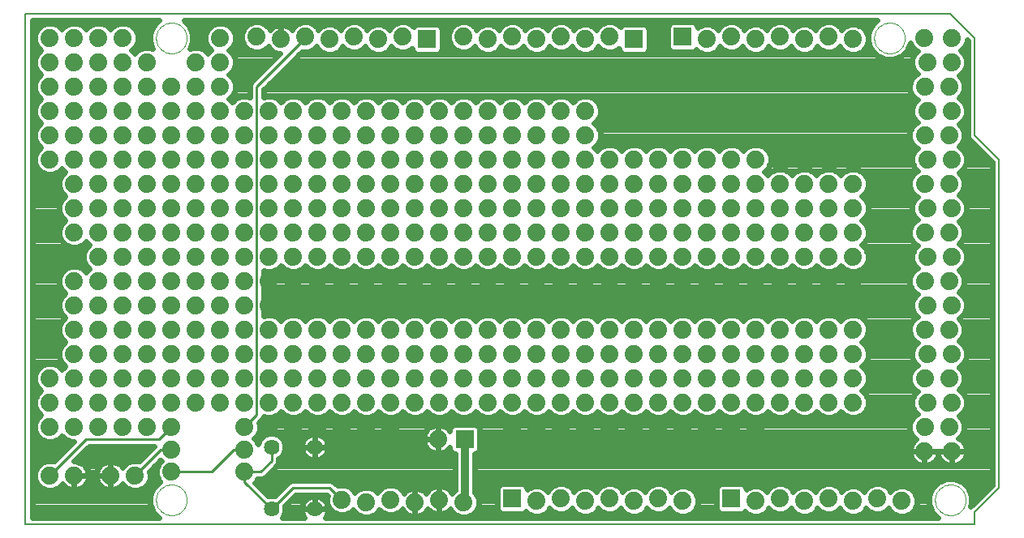
<source format=gtl>
G75*
%MOIN*%
%OFA0B0*%
%FSLAX24Y24*%
%IPPOS*%
%LPD*%
%AMOC8*
5,1,8,0,0,1.08239X$1,22.5*
%
%ADD10C,0.0080*%
%ADD11C,0.0000*%
%ADD12R,0.0740X0.0740*%
%ADD13C,0.0740*%
%ADD14C,0.0640*%
%ADD15C,0.0100*%
%ADD16C,0.0240*%
%ADD17C,0.0320*%
D10*
X000333Y003500D02*
X000333Y024500D01*
X038333Y024500D01*
X039333Y023500D01*
X039333Y019500D01*
X040333Y018500D01*
X040333Y005000D01*
X039333Y004000D01*
X039333Y003500D01*
X000333Y003500D01*
X014333Y004400D02*
X014333Y004500D01*
X014333Y004400D01*
X018333Y004400D02*
X018333Y004500D01*
X020333Y004550D02*
X020333Y004500D01*
X021333Y004500D02*
X021333Y004450D01*
X021333Y004500D01*
X022333Y004500D02*
X022333Y004550D01*
X023333Y004500D02*
X023333Y004450D01*
X023333Y004500D01*
X024333Y004500D02*
X024333Y004550D01*
X025333Y004500D02*
X025333Y004450D01*
X025333Y004500D01*
X026333Y004500D02*
X026333Y004550D01*
X027333Y004500D02*
X027333Y004450D01*
X027333Y004500D01*
X029333Y004550D02*
X029333Y004500D01*
X030333Y004500D02*
X030333Y004450D01*
X030333Y004500D01*
X031333Y004500D02*
X031333Y004550D01*
X032333Y004500D02*
X032333Y004450D01*
X032333Y004500D01*
X033333Y004500D02*
X033333Y004550D01*
X034333Y004500D02*
X034333Y004450D01*
X034333Y004500D01*
X035333Y004500D02*
X035333Y004550D01*
X036333Y004500D02*
X036333Y004450D01*
X036333Y004500D01*
X034333Y023450D02*
X034333Y023500D01*
X033333Y023500D02*
X033333Y023550D01*
X033333Y023500D01*
X032333Y023500D02*
X032333Y023450D01*
X031333Y023500D02*
X031333Y023550D01*
X031333Y023500D01*
X030333Y023500D02*
X030333Y023450D01*
X029333Y023500D02*
X029333Y023550D01*
X029333Y023500D01*
X028333Y023500D02*
X028333Y023450D01*
X027333Y023500D02*
X027333Y023550D01*
X027333Y023500D01*
X025333Y023450D02*
X025333Y023500D01*
X024333Y023500D02*
X024333Y023550D01*
X024333Y023500D01*
X023333Y023500D02*
X023333Y023450D01*
X022333Y023500D02*
X022333Y023550D01*
X022333Y023500D01*
X021333Y023500D02*
X021333Y023450D01*
X020333Y023500D02*
X020333Y023550D01*
X020333Y023500D01*
X019333Y023500D02*
X019333Y023450D01*
X018333Y023500D02*
X018333Y023550D01*
X018333Y023500D01*
X016833Y023450D02*
X016833Y023500D01*
X015833Y023500D02*
X015833Y023550D01*
X015833Y023500D01*
X014833Y023500D02*
X014833Y023450D01*
X013833Y023500D02*
X013833Y023550D01*
X013833Y023500D01*
X012833Y023500D02*
X012833Y023450D01*
X009833Y023500D02*
X009833Y023550D01*
X009833Y023500D01*
D11*
X005703Y023500D02*
X005705Y023550D01*
X005711Y023600D01*
X005721Y023649D01*
X005735Y023697D01*
X005752Y023744D01*
X005773Y023789D01*
X005798Y023833D01*
X005826Y023874D01*
X005858Y023913D01*
X005892Y023950D01*
X005929Y023984D01*
X005969Y024014D01*
X006011Y024041D01*
X006055Y024065D01*
X006101Y024086D01*
X006148Y024102D01*
X006196Y024115D01*
X006246Y024124D01*
X006295Y024129D01*
X006346Y024130D01*
X006396Y024127D01*
X006445Y024120D01*
X006494Y024109D01*
X006542Y024094D01*
X006588Y024076D01*
X006633Y024054D01*
X006676Y024028D01*
X006717Y023999D01*
X006756Y023967D01*
X006792Y023932D01*
X006824Y023894D01*
X006854Y023854D01*
X006881Y023811D01*
X006904Y023767D01*
X006923Y023721D01*
X006939Y023673D01*
X006951Y023624D01*
X006959Y023575D01*
X006963Y023525D01*
X006963Y023475D01*
X006959Y023425D01*
X006951Y023376D01*
X006939Y023327D01*
X006923Y023279D01*
X006904Y023233D01*
X006881Y023189D01*
X006854Y023146D01*
X006824Y023106D01*
X006792Y023068D01*
X006756Y023033D01*
X006717Y023001D01*
X006676Y022972D01*
X006633Y022946D01*
X006588Y022924D01*
X006542Y022906D01*
X006494Y022891D01*
X006445Y022880D01*
X006396Y022873D01*
X006346Y022870D01*
X006295Y022871D01*
X006246Y022876D01*
X006196Y022885D01*
X006148Y022898D01*
X006101Y022914D01*
X006055Y022935D01*
X006011Y022959D01*
X005969Y022986D01*
X005929Y023016D01*
X005892Y023050D01*
X005858Y023087D01*
X005826Y023126D01*
X005798Y023167D01*
X005773Y023211D01*
X005752Y023256D01*
X005735Y023303D01*
X005721Y023351D01*
X005711Y023400D01*
X005705Y023450D01*
X005703Y023500D01*
X035203Y023500D02*
X035205Y023550D01*
X035211Y023600D01*
X035221Y023649D01*
X035235Y023697D01*
X035252Y023744D01*
X035273Y023789D01*
X035298Y023833D01*
X035326Y023874D01*
X035358Y023913D01*
X035392Y023950D01*
X035429Y023984D01*
X035469Y024014D01*
X035511Y024041D01*
X035555Y024065D01*
X035601Y024086D01*
X035648Y024102D01*
X035696Y024115D01*
X035746Y024124D01*
X035795Y024129D01*
X035846Y024130D01*
X035896Y024127D01*
X035945Y024120D01*
X035994Y024109D01*
X036042Y024094D01*
X036088Y024076D01*
X036133Y024054D01*
X036176Y024028D01*
X036217Y023999D01*
X036256Y023967D01*
X036292Y023932D01*
X036324Y023894D01*
X036354Y023854D01*
X036381Y023811D01*
X036404Y023767D01*
X036423Y023721D01*
X036439Y023673D01*
X036451Y023624D01*
X036459Y023575D01*
X036463Y023525D01*
X036463Y023475D01*
X036459Y023425D01*
X036451Y023376D01*
X036439Y023327D01*
X036423Y023279D01*
X036404Y023233D01*
X036381Y023189D01*
X036354Y023146D01*
X036324Y023106D01*
X036292Y023068D01*
X036256Y023033D01*
X036217Y023001D01*
X036176Y022972D01*
X036133Y022946D01*
X036088Y022924D01*
X036042Y022906D01*
X035994Y022891D01*
X035945Y022880D01*
X035896Y022873D01*
X035846Y022870D01*
X035795Y022871D01*
X035746Y022876D01*
X035696Y022885D01*
X035648Y022898D01*
X035601Y022914D01*
X035555Y022935D01*
X035511Y022959D01*
X035469Y022986D01*
X035429Y023016D01*
X035392Y023050D01*
X035358Y023087D01*
X035326Y023126D01*
X035298Y023167D01*
X035273Y023211D01*
X035252Y023256D01*
X035235Y023303D01*
X035221Y023351D01*
X035211Y023400D01*
X035205Y023450D01*
X035203Y023500D01*
X037703Y004500D02*
X037705Y004550D01*
X037711Y004600D01*
X037721Y004649D01*
X037735Y004697D01*
X037752Y004744D01*
X037773Y004789D01*
X037798Y004833D01*
X037826Y004874D01*
X037858Y004913D01*
X037892Y004950D01*
X037929Y004984D01*
X037969Y005014D01*
X038011Y005041D01*
X038055Y005065D01*
X038101Y005086D01*
X038148Y005102D01*
X038196Y005115D01*
X038246Y005124D01*
X038295Y005129D01*
X038346Y005130D01*
X038396Y005127D01*
X038445Y005120D01*
X038494Y005109D01*
X038542Y005094D01*
X038588Y005076D01*
X038633Y005054D01*
X038676Y005028D01*
X038717Y004999D01*
X038756Y004967D01*
X038792Y004932D01*
X038824Y004894D01*
X038854Y004854D01*
X038881Y004811D01*
X038904Y004767D01*
X038923Y004721D01*
X038939Y004673D01*
X038951Y004624D01*
X038959Y004575D01*
X038963Y004525D01*
X038963Y004475D01*
X038959Y004425D01*
X038951Y004376D01*
X038939Y004327D01*
X038923Y004279D01*
X038904Y004233D01*
X038881Y004189D01*
X038854Y004146D01*
X038824Y004106D01*
X038792Y004068D01*
X038756Y004033D01*
X038717Y004001D01*
X038676Y003972D01*
X038633Y003946D01*
X038588Y003924D01*
X038542Y003906D01*
X038494Y003891D01*
X038445Y003880D01*
X038396Y003873D01*
X038346Y003870D01*
X038295Y003871D01*
X038246Y003876D01*
X038196Y003885D01*
X038148Y003898D01*
X038101Y003914D01*
X038055Y003935D01*
X038011Y003959D01*
X037969Y003986D01*
X037929Y004016D01*
X037892Y004050D01*
X037858Y004087D01*
X037826Y004126D01*
X037798Y004167D01*
X037773Y004211D01*
X037752Y004256D01*
X037735Y004303D01*
X037721Y004351D01*
X037711Y004400D01*
X037705Y004450D01*
X037703Y004500D01*
X005703Y004500D02*
X005705Y004550D01*
X005711Y004600D01*
X005721Y004649D01*
X005735Y004697D01*
X005752Y004744D01*
X005773Y004789D01*
X005798Y004833D01*
X005826Y004874D01*
X005858Y004913D01*
X005892Y004950D01*
X005929Y004984D01*
X005969Y005014D01*
X006011Y005041D01*
X006055Y005065D01*
X006101Y005086D01*
X006148Y005102D01*
X006196Y005115D01*
X006246Y005124D01*
X006295Y005129D01*
X006346Y005130D01*
X006396Y005127D01*
X006445Y005120D01*
X006494Y005109D01*
X006542Y005094D01*
X006588Y005076D01*
X006633Y005054D01*
X006676Y005028D01*
X006717Y004999D01*
X006756Y004967D01*
X006792Y004932D01*
X006824Y004894D01*
X006854Y004854D01*
X006881Y004811D01*
X006904Y004767D01*
X006923Y004721D01*
X006939Y004673D01*
X006951Y004624D01*
X006959Y004575D01*
X006963Y004525D01*
X006963Y004475D01*
X006959Y004425D01*
X006951Y004376D01*
X006939Y004327D01*
X006923Y004279D01*
X006904Y004233D01*
X006881Y004189D01*
X006854Y004146D01*
X006824Y004106D01*
X006792Y004068D01*
X006756Y004033D01*
X006717Y004001D01*
X006676Y003972D01*
X006633Y003946D01*
X006588Y003924D01*
X006542Y003906D01*
X006494Y003891D01*
X006445Y003880D01*
X006396Y003873D01*
X006346Y003870D01*
X006295Y003871D01*
X006246Y003876D01*
X006196Y003885D01*
X006148Y003898D01*
X006101Y003914D01*
X006055Y003935D01*
X006011Y003959D01*
X005969Y003986D01*
X005929Y004016D01*
X005892Y004050D01*
X005858Y004087D01*
X005826Y004126D01*
X005798Y004167D01*
X005773Y004211D01*
X005752Y004256D01*
X005735Y004303D01*
X005721Y004351D01*
X005711Y004400D01*
X005705Y004450D01*
X005703Y004500D01*
D12*
X018383Y007000D03*
X020333Y004550D03*
X029333Y004550D03*
X025333Y023450D03*
X027333Y023550D03*
X016833Y023450D03*
D13*
X015833Y023550D03*
X014833Y023450D03*
X013833Y023550D03*
X012833Y023450D03*
X011833Y023550D03*
X010833Y023450D03*
X009833Y023550D03*
X008333Y023500D03*
X008333Y022500D03*
X007333Y022500D03*
X007333Y021500D03*
X008333Y021500D03*
X008333Y020500D03*
X007333Y020500D03*
X006333Y020500D03*
X005333Y020500D03*
X004333Y020500D03*
X003333Y020500D03*
X002333Y020500D03*
X001333Y020500D03*
X001333Y019500D03*
X002333Y019500D03*
X003333Y019500D03*
X004333Y019500D03*
X005333Y019500D03*
X006333Y019500D03*
X007333Y019500D03*
X008333Y019500D03*
X009333Y019500D03*
X010333Y019500D03*
X011333Y019500D03*
X012333Y019500D03*
X013333Y019500D03*
X014333Y019500D03*
X015333Y019500D03*
X016333Y019500D03*
X017333Y019500D03*
X018333Y019500D03*
X019333Y019500D03*
X020333Y019500D03*
X021333Y019500D03*
X022333Y019500D03*
X023333Y019500D03*
X023333Y018500D03*
X024333Y018500D03*
X025333Y018500D03*
X026333Y018500D03*
X027333Y018500D03*
X028333Y018500D03*
X029333Y018500D03*
X030333Y018500D03*
X030333Y017500D03*
X029333Y017500D03*
X028333Y017500D03*
X027333Y017500D03*
X026333Y017500D03*
X025333Y017500D03*
X024333Y017500D03*
X023333Y017500D03*
X022333Y017500D03*
X021333Y017500D03*
X020333Y017500D03*
X019333Y017500D03*
X018333Y017500D03*
X017333Y017500D03*
X016333Y017500D03*
X015333Y017500D03*
X014333Y017500D03*
X013333Y017500D03*
X012333Y017500D03*
X011333Y017500D03*
X010333Y017500D03*
X009333Y017500D03*
X008333Y017500D03*
X007333Y017500D03*
X006333Y017500D03*
X005333Y017500D03*
X004333Y017500D03*
X003333Y017500D03*
X002333Y017500D03*
X002333Y016500D03*
X003333Y016500D03*
X004333Y016500D03*
X005333Y016500D03*
X006333Y016500D03*
X007333Y016500D03*
X008333Y016500D03*
X009333Y016500D03*
X010333Y016500D03*
X011333Y016500D03*
X012333Y016500D03*
X013333Y016500D03*
X014333Y016500D03*
X015333Y016500D03*
X016333Y016500D03*
X017333Y016500D03*
X018333Y016500D03*
X019333Y016500D03*
X020333Y016500D03*
X021333Y016500D03*
X022333Y016500D03*
X023333Y016500D03*
X024333Y016500D03*
X025333Y016500D03*
X026333Y016500D03*
X027333Y016500D03*
X028333Y016500D03*
X029333Y016500D03*
X030333Y016500D03*
X031333Y016500D03*
X032333Y016500D03*
X033333Y016500D03*
X034333Y016500D03*
X034333Y015500D03*
X033333Y015500D03*
X032333Y015500D03*
X031333Y015500D03*
X030333Y015500D03*
X029333Y015500D03*
X028333Y015500D03*
X027333Y015500D03*
X026333Y015500D03*
X025333Y015500D03*
X024333Y015500D03*
X023333Y015500D03*
X022333Y015500D03*
X021333Y015500D03*
X020333Y015500D03*
X019333Y015500D03*
X018333Y015500D03*
X017333Y015500D03*
X016333Y015500D03*
X015333Y015500D03*
X014333Y015500D03*
X013333Y015500D03*
X012333Y015500D03*
X011333Y015500D03*
X010333Y015500D03*
X009333Y015500D03*
X008333Y015500D03*
X007333Y015500D03*
X006333Y015500D03*
X005333Y015500D03*
X004333Y015500D03*
X003333Y015500D03*
X002333Y015500D03*
X003333Y014500D03*
X004333Y014500D03*
X005333Y014500D03*
X006333Y014500D03*
X007333Y014500D03*
X008333Y014500D03*
X009333Y014500D03*
X010333Y014500D03*
X011333Y014500D03*
X012333Y014500D03*
X013333Y014500D03*
X014333Y014500D03*
X015333Y014500D03*
X016333Y014500D03*
X017333Y014500D03*
X018333Y014500D03*
X019333Y014500D03*
X020333Y014500D03*
X021333Y014500D03*
X022333Y014500D03*
X023333Y014500D03*
X024333Y014500D03*
X025333Y014500D03*
X026333Y014500D03*
X027333Y014500D03*
X028333Y014500D03*
X029333Y014500D03*
X030333Y014500D03*
X031333Y014500D03*
X032333Y014500D03*
X033333Y014500D03*
X034333Y014500D03*
X034333Y013500D03*
X033333Y013500D03*
X032333Y013500D03*
X031333Y013500D03*
X030333Y013500D03*
X029333Y013500D03*
X028333Y013500D03*
X027333Y013500D03*
X026333Y013500D03*
X025333Y013500D03*
X024333Y013500D03*
X023333Y013500D03*
X022333Y013500D03*
X021333Y013500D03*
X020333Y013500D03*
X019333Y013500D03*
X018333Y013500D03*
X017333Y013500D03*
X016333Y013500D03*
X015333Y013500D03*
X014333Y013500D03*
X013333Y013500D03*
X012333Y013500D03*
X011333Y013500D03*
X010333Y013500D03*
X009333Y013500D03*
X008333Y013500D03*
X007333Y013500D03*
X006333Y013500D03*
X005333Y013500D03*
X004333Y013500D03*
X003333Y013500D03*
X002333Y013500D03*
X002333Y012500D03*
X003333Y012500D03*
X004333Y012500D03*
X005333Y012500D03*
X006333Y012500D03*
X007333Y012500D03*
X008333Y012500D03*
X009333Y012500D03*
X010333Y012500D03*
X011333Y012500D03*
X012333Y012500D03*
X013333Y012500D03*
X014333Y012500D03*
X015333Y012500D03*
X016333Y012500D03*
X017333Y012500D03*
X018333Y012500D03*
X019333Y012500D03*
X020333Y012500D03*
X021333Y012500D03*
X022333Y012500D03*
X023333Y012500D03*
X024333Y012500D03*
X025333Y012500D03*
X026333Y012500D03*
X027333Y012500D03*
X028333Y012500D03*
X029333Y012500D03*
X030333Y012500D03*
X031333Y012500D03*
X032333Y012500D03*
X033333Y012500D03*
X034333Y012500D03*
X034333Y011500D03*
X033333Y011500D03*
X032333Y011500D03*
X031333Y011500D03*
X030333Y011500D03*
X029333Y011500D03*
X028333Y011500D03*
X027333Y011500D03*
X026333Y011500D03*
X025333Y011500D03*
X024333Y011500D03*
X023333Y011500D03*
X022333Y011500D03*
X021333Y011500D03*
X020333Y011500D03*
X019333Y011500D03*
X018333Y011500D03*
X017333Y011500D03*
X016333Y011500D03*
X015333Y011500D03*
X014333Y011500D03*
X013333Y011500D03*
X012333Y011500D03*
X011333Y011500D03*
X010333Y011500D03*
X009333Y011500D03*
X008333Y011500D03*
X007333Y011500D03*
X006333Y011500D03*
X005333Y011500D03*
X004333Y011500D03*
X003333Y011500D03*
X002333Y011500D03*
X002333Y010500D03*
X003333Y010500D03*
X004333Y010500D03*
X005333Y010500D03*
X006333Y010500D03*
X007333Y010500D03*
X008333Y010500D03*
X009333Y010500D03*
X010333Y010500D03*
X011333Y010500D03*
X012333Y010500D03*
X013333Y010500D03*
X014333Y010500D03*
X015333Y010500D03*
X016333Y010500D03*
X017333Y010500D03*
X018333Y010500D03*
X019333Y010500D03*
X020333Y010500D03*
X021333Y010500D03*
X022333Y010500D03*
X023333Y010500D03*
X024333Y010500D03*
X025333Y010500D03*
X026333Y010500D03*
X027333Y010500D03*
X028333Y010500D03*
X029333Y010500D03*
X030333Y010500D03*
X031333Y010500D03*
X032333Y010500D03*
X033333Y010500D03*
X034333Y010500D03*
X034333Y009500D03*
X033333Y009500D03*
X032333Y009500D03*
X031333Y009500D03*
X030333Y009500D03*
X029333Y009500D03*
X028333Y009500D03*
X027333Y009500D03*
X026333Y009500D03*
X025333Y009500D03*
X024333Y009500D03*
X023333Y009500D03*
X022333Y009500D03*
X021333Y009500D03*
X020333Y009500D03*
X019333Y009500D03*
X018333Y009500D03*
X017333Y009500D03*
X016333Y009500D03*
X015333Y009500D03*
X014333Y009500D03*
X013333Y009500D03*
X012333Y009500D03*
X011333Y009500D03*
X010333Y009500D03*
X009333Y009500D03*
X008333Y009500D03*
X007333Y009500D03*
X006333Y009500D03*
X005333Y009500D03*
X004333Y009500D03*
X003333Y009500D03*
X002333Y009500D03*
X001333Y009500D03*
X001333Y008500D03*
X002333Y008500D03*
X003333Y008500D03*
X004333Y008500D03*
X005333Y008500D03*
X006333Y008500D03*
X007333Y008500D03*
X008333Y008500D03*
X009333Y008500D03*
X010333Y008500D03*
X011333Y008500D03*
X012333Y008500D03*
X013333Y008500D03*
X014333Y008500D03*
X015333Y008500D03*
X016333Y008500D03*
X017333Y008500D03*
X018333Y008500D03*
X019333Y008500D03*
X020333Y008500D03*
X021333Y008500D03*
X022333Y008500D03*
X023333Y008500D03*
X024333Y008500D03*
X025333Y008500D03*
X026333Y008500D03*
X027333Y008500D03*
X028333Y008500D03*
X029333Y008500D03*
X030333Y008500D03*
X031333Y008500D03*
X032333Y008500D03*
X033333Y008500D03*
X034333Y008500D03*
X037383Y008500D03*
X038383Y008500D03*
X038283Y007500D03*
X037283Y007500D03*
X037263Y006500D03*
X038403Y006500D03*
X035333Y004550D03*
X036333Y004450D03*
X034333Y004450D03*
X033333Y004550D03*
X032333Y004450D03*
X031333Y004550D03*
X030333Y004450D03*
X027333Y004450D03*
X026333Y004550D03*
X025333Y004450D03*
X024333Y004550D03*
X023333Y004450D03*
X022333Y004550D03*
X021333Y004450D03*
X018333Y004400D03*
X017333Y004500D03*
X016333Y004400D03*
X015333Y004500D03*
X014333Y004400D03*
X013333Y004500D03*
X009333Y005650D03*
X009333Y006550D03*
X009333Y007500D03*
X010333Y007500D03*
X011333Y007500D03*
X012333Y007500D03*
X013333Y007500D03*
X014333Y007500D03*
X015333Y007500D03*
X017283Y007000D03*
X020333Y007500D03*
X021333Y007500D03*
X022333Y007500D03*
X023333Y007500D03*
X024333Y007500D03*
X025333Y007500D03*
X026333Y007500D03*
X027333Y007500D03*
X028333Y007500D03*
X029333Y007500D03*
X030333Y007500D03*
X037283Y009500D03*
X038283Y009500D03*
X038383Y010500D03*
X037383Y010500D03*
X037283Y011500D03*
X038283Y011500D03*
X038383Y012500D03*
X037383Y012500D03*
X037283Y013500D03*
X038283Y013500D03*
X038383Y014500D03*
X037383Y014500D03*
X037283Y015500D03*
X038283Y015500D03*
X038383Y016500D03*
X037383Y016500D03*
X037283Y017500D03*
X038283Y017500D03*
X038383Y018500D03*
X037383Y018500D03*
X037283Y019500D03*
X038283Y019500D03*
X038383Y020500D03*
X037383Y020500D03*
X037283Y021500D03*
X038283Y021500D03*
X038383Y022500D03*
X037383Y022500D03*
X037263Y023500D03*
X038403Y023500D03*
X034333Y023450D03*
X033333Y023550D03*
X032333Y023450D03*
X031333Y023550D03*
X030333Y023450D03*
X029333Y023550D03*
X028333Y023450D03*
X024333Y023550D03*
X023333Y023450D03*
X022333Y023550D03*
X021333Y023450D03*
X020333Y023550D03*
X019333Y023450D03*
X018333Y023550D03*
X018333Y020500D03*
X017333Y020500D03*
X016333Y020500D03*
X015333Y020500D03*
X014333Y020500D03*
X013333Y020500D03*
X012333Y020500D03*
X011333Y020500D03*
X010333Y020500D03*
X009333Y020500D03*
X006333Y021500D03*
X005333Y021500D03*
X004333Y021500D03*
X003333Y021500D03*
X002333Y021500D03*
X001333Y021500D03*
X001333Y022500D03*
X002333Y022500D03*
X003333Y022500D03*
X004333Y022500D03*
X005333Y022500D03*
X004333Y023500D03*
X003333Y023500D03*
X002333Y023500D03*
X001333Y023500D03*
X001333Y018500D03*
X002333Y018500D03*
X003333Y018500D03*
X004333Y018500D03*
X005333Y018500D03*
X006333Y018500D03*
X007333Y018500D03*
X008333Y018500D03*
X009333Y018500D03*
X010333Y018500D03*
X011333Y018500D03*
X012333Y018500D03*
X013333Y018500D03*
X014333Y018500D03*
X015333Y018500D03*
X016333Y018500D03*
X017333Y018500D03*
X018333Y018500D03*
X019333Y018500D03*
X020333Y018500D03*
X021333Y018500D03*
X022333Y018500D03*
X022333Y020500D03*
X021333Y020500D03*
X020333Y020500D03*
X019333Y020500D03*
X023333Y020500D03*
X031333Y017500D03*
X032333Y017500D03*
X033333Y017500D03*
X034333Y017500D03*
X006333Y007500D03*
X005333Y007500D03*
X004333Y007500D03*
X003333Y007500D03*
X002333Y007500D03*
X001333Y007500D03*
X001333Y005500D03*
X002333Y005500D03*
X003833Y005500D03*
X004833Y005500D03*
X006333Y005650D03*
X006333Y006550D03*
D14*
X010443Y006680D03*
X012223Y006680D03*
X012223Y004120D03*
X010443Y004120D03*
D15*
X009333Y005230D01*
X009333Y005650D01*
X009983Y005650D01*
X010443Y006110D01*
X010443Y006680D01*
X009333Y006550D02*
X008883Y006550D01*
X007983Y005650D01*
X006333Y005650D01*
X005883Y006550D02*
X004833Y005500D01*
X005883Y006550D02*
X006333Y006550D01*
X005833Y007000D02*
X002833Y007000D01*
X001333Y005500D01*
X005833Y007000D02*
X006333Y007500D01*
X009333Y007500D02*
X009833Y008000D01*
X009833Y008500D01*
X009833Y021500D01*
X011833Y023500D01*
X011833Y023550D01*
X011323Y005000D02*
X010443Y004120D01*
X011323Y005000D02*
X012833Y005000D01*
X013333Y004500D01*
D16*
X013765Y004931D02*
X014021Y004931D01*
X013988Y004917D02*
X013870Y004799D01*
X013850Y004846D01*
X013679Y005017D01*
X013455Y005110D01*
X013212Y005110D01*
X013156Y005087D01*
X013079Y005164D01*
X012998Y005246D01*
X012891Y005290D01*
X011266Y005290D01*
X011159Y005246D01*
X010582Y004669D01*
X010555Y004680D01*
X010332Y004680D01*
X010305Y004669D01*
X009760Y005214D01*
X009850Y005304D01*
X009873Y005360D01*
X010041Y005360D01*
X010148Y005404D01*
X010689Y005946D01*
X010733Y006052D01*
X010733Y006194D01*
X010761Y006205D01*
X010918Y006363D01*
X011003Y006569D01*
X011003Y006791D01*
X010918Y006997D01*
X010761Y007155D01*
X010555Y007240D01*
X010332Y007240D01*
X010126Y007155D01*
X009969Y006997D01*
X009888Y006804D01*
X009850Y006896D01*
X009721Y007025D01*
X009850Y007154D01*
X009943Y007379D01*
X009943Y007621D01*
X009920Y007677D01*
X009998Y007754D01*
X010079Y007836D01*
X010118Y007929D01*
X010212Y007890D01*
X010455Y007890D01*
X010679Y007983D01*
X010833Y008137D01*
X010988Y007983D01*
X011212Y007890D01*
X011455Y007890D01*
X011679Y007983D01*
X011833Y008137D01*
X011988Y007983D01*
X012212Y007890D01*
X012455Y007890D01*
X012679Y007983D01*
X012833Y008137D01*
X012988Y007983D01*
X013212Y007890D01*
X013455Y007890D01*
X013679Y007983D01*
X013833Y008137D01*
X013988Y007983D01*
X014212Y007890D01*
X014455Y007890D01*
X014679Y007983D01*
X014833Y008137D01*
X014988Y007983D01*
X015212Y007890D01*
X015455Y007890D01*
X015679Y007983D01*
X015833Y008137D01*
X015988Y007983D01*
X016212Y007890D01*
X016455Y007890D01*
X016679Y007983D01*
X016833Y008137D01*
X016988Y007983D01*
X017212Y007890D01*
X017455Y007890D01*
X017679Y007983D01*
X017833Y008137D01*
X017988Y007983D01*
X018212Y007890D01*
X018455Y007890D01*
X018679Y007983D01*
X018833Y008137D01*
X018988Y007983D01*
X019212Y007890D01*
X019455Y007890D01*
X019679Y007983D01*
X019833Y008137D01*
X019988Y007983D01*
X020212Y007890D01*
X020455Y007890D01*
X020679Y007983D01*
X020833Y008137D01*
X020988Y007983D01*
X021212Y007890D01*
X021455Y007890D01*
X021679Y007983D01*
X021833Y008137D01*
X021988Y007983D01*
X022212Y007890D01*
X022455Y007890D01*
X022679Y007983D01*
X022833Y008137D01*
X022988Y007983D01*
X023212Y007890D01*
X023455Y007890D01*
X023679Y007983D01*
X023833Y008137D01*
X023988Y007983D01*
X024212Y007890D01*
X024455Y007890D01*
X024679Y007983D01*
X024833Y008137D01*
X024988Y007983D01*
X025212Y007890D01*
X025455Y007890D01*
X025679Y007983D01*
X025833Y008137D01*
X025988Y007983D01*
X026212Y007890D01*
X026455Y007890D01*
X026679Y007983D01*
X026833Y008137D01*
X026988Y007983D01*
X027212Y007890D01*
X027455Y007890D01*
X027679Y007983D01*
X027833Y008137D01*
X027988Y007983D01*
X028212Y007890D01*
X028455Y007890D01*
X028679Y007983D01*
X028833Y008137D01*
X028988Y007983D01*
X029212Y007890D01*
X029455Y007890D01*
X029679Y007983D01*
X029833Y008137D01*
X029988Y007983D01*
X030212Y007890D01*
X030455Y007890D01*
X030679Y007983D01*
X030833Y008137D01*
X030988Y007983D01*
X031212Y007890D01*
X031455Y007890D01*
X031679Y007983D01*
X031833Y008137D01*
X031988Y007983D01*
X032212Y007890D01*
X032455Y007890D01*
X032679Y007983D01*
X032833Y008137D01*
X032988Y007983D01*
X033212Y007890D01*
X033455Y007890D01*
X033679Y007983D01*
X033833Y008137D01*
X033988Y007983D01*
X034212Y007890D01*
X034455Y007890D01*
X034679Y007983D01*
X034850Y008154D01*
X034943Y008379D01*
X034943Y008621D01*
X034850Y008846D01*
X034696Y009000D01*
X034850Y009154D01*
X034943Y009379D01*
X034943Y009621D01*
X034850Y009846D01*
X034696Y010000D01*
X034850Y010154D01*
X034943Y010379D01*
X034943Y010621D01*
X034850Y010846D01*
X034696Y011000D01*
X034850Y011154D01*
X034943Y011379D01*
X034943Y011621D01*
X034850Y011846D01*
X034679Y012017D01*
X034455Y012110D01*
X034212Y012110D01*
X033988Y012017D01*
X033833Y011863D01*
X033679Y012017D01*
X033455Y012110D01*
X033212Y012110D01*
X032988Y012017D01*
X032833Y011863D01*
X032679Y012017D01*
X032455Y012110D01*
X032212Y012110D01*
X031988Y012017D01*
X031833Y011863D01*
X031679Y012017D01*
X031455Y012110D01*
X031212Y012110D01*
X030988Y012017D01*
X030833Y011863D01*
X030679Y012017D01*
X030455Y012110D01*
X030212Y012110D01*
X029988Y012017D01*
X029833Y011863D01*
X029679Y012017D01*
X029455Y012110D01*
X029212Y012110D01*
X028988Y012017D01*
X028833Y011863D01*
X028679Y012017D01*
X028455Y012110D01*
X028212Y012110D01*
X027988Y012017D01*
X027833Y011863D01*
X027679Y012017D01*
X027455Y012110D01*
X027212Y012110D01*
X026988Y012017D01*
X026833Y011863D01*
X026679Y012017D01*
X026455Y012110D01*
X026212Y012110D01*
X025988Y012017D01*
X025833Y011863D01*
X025679Y012017D01*
X025455Y012110D01*
X025212Y012110D01*
X024988Y012017D01*
X024833Y011863D01*
X024679Y012017D01*
X024455Y012110D01*
X024212Y012110D01*
X023988Y012017D01*
X023833Y011863D01*
X023679Y012017D01*
X023455Y012110D01*
X023212Y012110D01*
X022988Y012017D01*
X022833Y011863D01*
X022679Y012017D01*
X022455Y012110D01*
X022212Y012110D01*
X021988Y012017D01*
X021833Y011863D01*
X021679Y012017D01*
X021455Y012110D01*
X021212Y012110D01*
X020988Y012017D01*
X020833Y011863D01*
X020679Y012017D01*
X020455Y012110D01*
X020212Y012110D01*
X019988Y012017D01*
X019833Y011863D01*
X019679Y012017D01*
X019455Y012110D01*
X019212Y012110D01*
X018988Y012017D01*
X018833Y011863D01*
X018679Y012017D01*
X018455Y012110D01*
X018212Y012110D01*
X017988Y012017D01*
X017833Y011863D01*
X017679Y012017D01*
X017455Y012110D01*
X017212Y012110D01*
X016988Y012017D01*
X016833Y011863D01*
X016679Y012017D01*
X016455Y012110D01*
X016212Y012110D01*
X015988Y012017D01*
X015833Y011863D01*
X015679Y012017D01*
X015455Y012110D01*
X015212Y012110D01*
X014988Y012017D01*
X014833Y011863D01*
X014679Y012017D01*
X014455Y012110D01*
X014212Y012110D01*
X013988Y012017D01*
X013833Y011863D01*
X013679Y012017D01*
X013455Y012110D01*
X013212Y012110D01*
X012988Y012017D01*
X012833Y011863D01*
X012679Y012017D01*
X012455Y012110D01*
X012212Y012110D01*
X011988Y012017D01*
X011833Y011863D01*
X011679Y012017D01*
X011455Y012110D01*
X011212Y012110D01*
X010988Y012017D01*
X010833Y011863D01*
X010679Y012017D01*
X010455Y012110D01*
X010212Y012110D01*
X010123Y012073D01*
X010123Y013927D01*
X010212Y013890D01*
X010455Y013890D01*
X010679Y013983D01*
X010833Y014137D01*
X010988Y013983D01*
X011212Y013890D01*
X011455Y013890D01*
X011679Y013983D01*
X011833Y014137D01*
X011988Y013983D01*
X012212Y013890D01*
X012455Y013890D01*
X012679Y013983D01*
X012833Y014137D01*
X012988Y013983D01*
X013212Y013890D01*
X013455Y013890D01*
X013679Y013983D01*
X013833Y014137D01*
X013988Y013983D01*
X014212Y013890D01*
X014455Y013890D01*
X014679Y013983D01*
X014833Y014137D01*
X014988Y013983D01*
X015212Y013890D01*
X015455Y013890D01*
X015679Y013983D01*
X015833Y014137D01*
X015988Y013983D01*
X016212Y013890D01*
X016455Y013890D01*
X016679Y013983D01*
X016833Y014137D01*
X016988Y013983D01*
X017212Y013890D01*
X017455Y013890D01*
X017679Y013983D01*
X017833Y014137D01*
X017988Y013983D01*
X018212Y013890D01*
X018455Y013890D01*
X018679Y013983D01*
X018833Y014137D01*
X018988Y013983D01*
X019212Y013890D01*
X019455Y013890D01*
X019679Y013983D01*
X019833Y014137D01*
X019988Y013983D01*
X020212Y013890D01*
X020455Y013890D01*
X020679Y013983D01*
X020833Y014137D01*
X020988Y013983D01*
X021212Y013890D01*
X021455Y013890D01*
X021679Y013983D01*
X021833Y014137D01*
X021988Y013983D01*
X022212Y013890D01*
X022455Y013890D01*
X022679Y013983D01*
X022833Y014137D01*
X022988Y013983D01*
X023212Y013890D01*
X023455Y013890D01*
X023679Y013983D01*
X023833Y014137D01*
X023988Y013983D01*
X024212Y013890D01*
X024455Y013890D01*
X024679Y013983D01*
X024833Y014137D01*
X024988Y013983D01*
X025212Y013890D01*
X025455Y013890D01*
X025679Y013983D01*
X025833Y014137D01*
X025988Y013983D01*
X026212Y013890D01*
X026455Y013890D01*
X026679Y013983D01*
X026833Y014137D01*
X026988Y013983D01*
X027212Y013890D01*
X027455Y013890D01*
X027679Y013983D01*
X027833Y014137D01*
X027988Y013983D01*
X028212Y013890D01*
X028455Y013890D01*
X028679Y013983D01*
X028833Y014137D01*
X028988Y013983D01*
X029212Y013890D01*
X029455Y013890D01*
X029679Y013983D01*
X029833Y014137D01*
X029988Y013983D01*
X030212Y013890D01*
X030455Y013890D01*
X030679Y013983D01*
X030833Y014137D01*
X030988Y013983D01*
X031212Y013890D01*
X031455Y013890D01*
X031679Y013983D01*
X031833Y014137D01*
X031988Y013983D01*
X032212Y013890D01*
X032455Y013890D01*
X032679Y013983D01*
X032833Y014137D01*
X032988Y013983D01*
X033212Y013890D01*
X033455Y013890D01*
X033679Y013983D01*
X033833Y014137D01*
X033988Y013983D01*
X034212Y013890D01*
X034455Y013890D01*
X034679Y013983D01*
X034850Y014154D01*
X034943Y014379D01*
X034943Y014621D01*
X034850Y014846D01*
X034696Y015000D01*
X034850Y015154D01*
X034943Y015379D01*
X034943Y015621D01*
X034850Y015846D01*
X034696Y016000D01*
X034850Y016154D01*
X034943Y016379D01*
X036773Y016379D01*
X036866Y016154D01*
X036984Y016036D01*
X036938Y016017D01*
X036766Y015846D01*
X036673Y015621D01*
X036673Y015379D01*
X036766Y015154D01*
X036938Y014983D01*
X036984Y014964D01*
X036866Y014846D01*
X036773Y014621D01*
X036773Y014379D01*
X036866Y014154D01*
X036984Y014036D01*
X036938Y014017D01*
X036766Y013846D01*
X036673Y013621D01*
X036673Y013379D01*
X036766Y013154D01*
X036938Y012983D01*
X036984Y012964D01*
X036866Y012846D01*
X036773Y012621D01*
X036773Y012379D01*
X036866Y012154D01*
X036984Y012036D01*
X036938Y012017D01*
X036766Y011846D01*
X036673Y011621D01*
X036673Y011379D01*
X036766Y011154D01*
X036938Y010983D01*
X036984Y010964D01*
X036866Y010846D01*
X036773Y010621D01*
X036773Y010379D01*
X036866Y010154D01*
X036984Y010036D01*
X036938Y010017D01*
X036766Y009846D01*
X036673Y009621D01*
X036673Y009379D01*
X036766Y009154D01*
X036938Y008983D01*
X036984Y008964D01*
X036866Y008846D01*
X036773Y008621D01*
X036773Y008379D01*
X036866Y008154D01*
X036984Y008036D01*
X036938Y008017D01*
X036766Y007846D01*
X036673Y007621D01*
X036673Y007379D01*
X036766Y007154D01*
X036932Y006989D01*
X036879Y006950D01*
X036813Y006884D01*
X036759Y006809D01*
X036717Y006726D01*
X036688Y006638D01*
X036673Y006546D01*
X036673Y006500D01*
X036673Y006454D01*
X036688Y006362D01*
X018783Y006362D01*
X018783Y006390D02*
X018801Y006390D01*
X018889Y006427D01*
X018957Y006494D01*
X018993Y006582D01*
X018993Y007418D01*
X018957Y007506D01*
X018889Y007573D01*
X018801Y007610D01*
X017966Y007610D01*
X017877Y007573D01*
X017810Y007506D01*
X017773Y007418D01*
X017773Y007329D01*
X017733Y007384D01*
X017668Y007450D01*
X017593Y007505D01*
X017510Y007547D01*
X017421Y007575D01*
X017330Y007590D01*
X017283Y007590D01*
X017237Y007590D01*
X017145Y007575D01*
X017057Y007547D01*
X016974Y007505D01*
X016899Y007450D01*
X016833Y007384D01*
X016779Y007309D01*
X016737Y007226D01*
X016708Y007138D01*
X016693Y007046D01*
X016693Y007000D01*
X016693Y006954D01*
X016708Y006862D01*
X016737Y006774D01*
X016779Y006691D01*
X016833Y006616D01*
X016899Y006550D01*
X016974Y006495D01*
X017057Y006453D01*
X017145Y006425D01*
X017237Y006410D01*
X017283Y006410D01*
X017283Y007000D01*
X016693Y007000D01*
X017283Y007000D01*
X017283Y007000D01*
X017283Y007000D01*
X017283Y007590D01*
X017283Y007000D01*
X017283Y007000D01*
X017283Y006410D01*
X017330Y006410D01*
X017421Y006425D01*
X017510Y006453D01*
X017593Y006495D01*
X017668Y006550D01*
X017733Y006616D01*
X017773Y006671D01*
X017773Y006582D01*
X017810Y006494D01*
X017877Y006427D01*
X017966Y006390D01*
X017983Y006390D01*
X017983Y004913D01*
X017852Y004781D01*
X017838Y004809D01*
X017783Y004884D01*
X017718Y004950D01*
X017643Y005005D01*
X017560Y005047D01*
X017471Y005075D01*
X017380Y005090D01*
X017333Y005090D01*
X017287Y005090D01*
X017195Y005075D01*
X017107Y005047D01*
X017024Y005005D01*
X016949Y004950D01*
X016883Y004884D01*
X016829Y004809D01*
X016803Y004758D01*
X016783Y004784D01*
X016718Y004850D01*
X016643Y004905D01*
X016560Y004947D01*
X016471Y004975D01*
X016380Y004990D01*
X016333Y004990D01*
X016287Y004990D01*
X016195Y004975D01*
X016107Y004947D01*
X016024Y004905D01*
X015949Y004850D01*
X015883Y004784D01*
X015879Y004778D01*
X015850Y004846D01*
X015679Y005017D01*
X015455Y005110D01*
X015212Y005110D01*
X014988Y005017D01*
X014816Y004846D01*
X014797Y004799D01*
X014679Y004917D01*
X014455Y005010D01*
X014212Y005010D01*
X013988Y004917D01*
X014645Y004931D02*
X014902Y004931D01*
X015765Y004931D02*
X016076Y004931D01*
X016333Y004931D02*
X016333Y004931D01*
X016333Y004990D02*
X016333Y004400D01*
X016333Y004400D01*
X016333Y004400D01*
X016333Y003810D01*
X016287Y003810D01*
X016195Y003825D01*
X016107Y003853D01*
X016024Y003895D01*
X015949Y003950D01*
X015883Y004016D01*
X015829Y004091D01*
X015815Y004119D01*
X015679Y003983D01*
X015455Y003890D01*
X015212Y003890D01*
X014988Y003983D01*
X014870Y004101D01*
X014850Y004054D01*
X014679Y003883D01*
X014455Y003790D01*
X014212Y003790D01*
X013988Y003883D01*
X013816Y004054D01*
X013797Y004101D01*
X013679Y003983D01*
X013455Y003890D01*
X013212Y003890D01*
X012988Y003983D01*
X012816Y004154D01*
X012723Y004379D01*
X012723Y004621D01*
X012746Y004677D01*
X012713Y004710D01*
X011443Y004710D01*
X010992Y004259D01*
X011003Y004231D01*
X011003Y004009D01*
X010918Y003803D01*
X010895Y003780D01*
X011803Y003780D01*
X011761Y003837D01*
X011723Y003913D01*
X011697Y003994D01*
X011683Y004078D01*
X011683Y004120D01*
X012223Y004120D01*
X011683Y004120D01*
X011683Y004162D01*
X011697Y004246D01*
X011723Y004327D01*
X011761Y004403D01*
X011811Y004472D01*
X011872Y004532D01*
X011940Y004582D01*
X012016Y004620D01*
X012097Y004647D01*
X012181Y004660D01*
X012223Y004660D01*
X012223Y004120D01*
X012223Y004120D01*
X012223Y004120D01*
X012223Y004660D01*
X012266Y004660D01*
X012350Y004647D01*
X012431Y004620D01*
X012506Y004582D01*
X012575Y004532D01*
X012635Y004472D01*
X012685Y004403D01*
X012724Y004327D01*
X012750Y004246D01*
X012763Y004162D01*
X012763Y004120D01*
X012223Y004120D01*
X012223Y004120D01*
X012763Y004120D01*
X012763Y004078D01*
X012750Y003994D01*
X012724Y003913D01*
X012685Y003837D01*
X012644Y003780D01*
X037823Y003780D01*
X037596Y004007D01*
X037463Y004327D01*
X037463Y004673D01*
X037596Y004993D01*
X037841Y005237D01*
X038160Y005370D01*
X038506Y005370D01*
X038826Y005237D01*
X039071Y004993D01*
X039203Y004673D01*
X039203Y004327D01*
X039160Y004223D01*
X040053Y005116D01*
X040053Y018384D01*
X039175Y019263D01*
X039096Y019341D01*
X039053Y019444D01*
X039053Y023384D01*
X039013Y023424D01*
X039013Y023379D01*
X038920Y023154D01*
X038756Y022990D01*
X038900Y022846D01*
X038993Y022621D01*
X038993Y022379D01*
X038900Y022154D01*
X038729Y021983D01*
X038682Y021964D01*
X038800Y021846D01*
X038893Y021621D01*
X038893Y021379D01*
X038800Y021154D01*
X038682Y021036D01*
X038729Y021017D01*
X038900Y020846D01*
X038993Y020621D01*
X038993Y020379D01*
X038900Y020154D01*
X038729Y019983D01*
X038682Y019964D01*
X038800Y019846D01*
X038893Y019621D01*
X038893Y019379D01*
X038800Y019154D01*
X038682Y019036D01*
X038729Y019017D01*
X038900Y018846D01*
X038993Y018621D01*
X038993Y018379D01*
X038900Y018154D01*
X038729Y017983D01*
X038682Y017964D01*
X038800Y017846D01*
X038893Y017621D01*
X038893Y017379D01*
X038800Y017154D01*
X038682Y017036D01*
X038729Y017017D01*
X038900Y016846D01*
X038993Y016621D01*
X038993Y016379D01*
X040053Y016379D01*
X040053Y016141D02*
X038887Y016141D01*
X038900Y016154D02*
X038993Y016379D01*
X038993Y016618D02*
X040053Y016618D01*
X040053Y016856D02*
X038890Y016856D01*
X038741Y017095D02*
X040053Y017095D01*
X040053Y017333D02*
X038874Y017333D01*
X038893Y017572D02*
X040053Y017572D01*
X040053Y017810D02*
X038815Y017810D01*
X038795Y018049D02*
X040053Y018049D01*
X040053Y018287D02*
X038955Y018287D01*
X038993Y018526D02*
X039912Y018526D01*
X039673Y018764D02*
X038934Y018764D01*
X038743Y019003D02*
X039435Y019003D01*
X039196Y019241D02*
X038836Y019241D01*
X038893Y019480D02*
X039053Y019480D01*
X039053Y019718D02*
X038853Y019718D01*
X038689Y019957D02*
X039053Y019957D01*
X039053Y020195D02*
X038917Y020195D01*
X038993Y020434D02*
X039053Y020434D01*
X039053Y020672D02*
X038972Y020672D01*
X039053Y020911D02*
X038835Y020911D01*
X038795Y021149D02*
X039053Y021149D01*
X039053Y021388D02*
X038893Y021388D01*
X038891Y021626D02*
X039053Y021626D01*
X039053Y021865D02*
X038781Y021865D01*
X038849Y022103D02*
X039053Y022103D01*
X039053Y022342D02*
X038978Y022342D01*
X038993Y022580D02*
X039053Y022580D01*
X039053Y022819D02*
X038912Y022819D01*
X038823Y023057D02*
X039053Y023057D01*
X039053Y023296D02*
X038979Y023296D01*
X036978Y022958D02*
X036866Y022846D01*
X036773Y022621D01*
X036773Y022379D01*
X036866Y022154D01*
X036984Y022036D01*
X036938Y022017D01*
X036766Y021846D01*
X036673Y021621D01*
X036673Y021379D01*
X036766Y021154D01*
X036938Y020983D01*
X036984Y020964D01*
X036866Y020846D01*
X036773Y020621D01*
X036773Y020379D01*
X036866Y020154D01*
X036984Y020036D01*
X036938Y020017D01*
X036766Y019846D01*
X036673Y019621D01*
X036673Y019379D01*
X036766Y019154D01*
X036938Y018983D01*
X036984Y018964D01*
X036866Y018846D01*
X036773Y018621D01*
X036773Y018379D01*
X036866Y018154D01*
X036984Y018036D01*
X036938Y018017D01*
X036766Y017846D01*
X036673Y017621D01*
X036673Y017379D01*
X036766Y017154D01*
X036938Y016983D01*
X036984Y016964D01*
X036866Y016846D01*
X036773Y016621D01*
X036773Y016379D01*
X036773Y016618D02*
X034943Y016618D01*
X034943Y016621D02*
X034850Y016846D01*
X034696Y017000D01*
X034850Y017154D01*
X034943Y017379D01*
X034943Y017621D01*
X034850Y017846D01*
X034679Y018017D01*
X034455Y018110D01*
X034212Y018110D01*
X033988Y018017D01*
X033833Y017863D01*
X033679Y018017D01*
X033455Y018110D01*
X033212Y018110D01*
X032988Y018017D01*
X032833Y017863D01*
X032679Y018017D01*
X032455Y018110D01*
X032212Y018110D01*
X031988Y018017D01*
X031833Y017863D01*
X031679Y018017D01*
X031455Y018110D01*
X031212Y018110D01*
X030988Y018017D01*
X030833Y017863D01*
X030696Y018000D01*
X030850Y018154D01*
X030943Y018379D01*
X030943Y018621D01*
X030850Y018846D01*
X030679Y019017D01*
X030455Y019110D01*
X030212Y019110D01*
X029988Y019017D01*
X029833Y018863D01*
X029679Y019017D01*
X029455Y019110D01*
X029212Y019110D01*
X028988Y019017D01*
X028833Y018863D01*
X028679Y019017D01*
X028455Y019110D01*
X028212Y019110D01*
X027988Y019017D01*
X027833Y018863D01*
X027679Y019017D01*
X027455Y019110D01*
X027212Y019110D01*
X026988Y019017D01*
X026833Y018863D01*
X026679Y019017D01*
X026455Y019110D01*
X026212Y019110D01*
X025988Y019017D01*
X025833Y018863D01*
X025679Y019017D01*
X025455Y019110D01*
X025212Y019110D01*
X024988Y019017D01*
X024833Y018863D01*
X024679Y019017D01*
X024455Y019110D01*
X024212Y019110D01*
X023988Y019017D01*
X023833Y018863D01*
X023696Y019000D01*
X023850Y019154D01*
X023943Y019379D01*
X023943Y019621D01*
X023850Y019846D01*
X023696Y020000D01*
X023850Y020154D01*
X023943Y020379D01*
X023943Y020621D01*
X023850Y020846D01*
X023679Y021017D01*
X023455Y021110D01*
X023212Y021110D01*
X022988Y021017D01*
X022833Y020863D01*
X022679Y021017D01*
X022455Y021110D01*
X022212Y021110D01*
X021988Y021017D01*
X021833Y020863D01*
X021679Y021017D01*
X021455Y021110D01*
X021212Y021110D01*
X020988Y021017D01*
X020833Y020863D01*
X020679Y021017D01*
X020455Y021110D01*
X020212Y021110D01*
X019988Y021017D01*
X019833Y020863D01*
X019679Y021017D01*
X019455Y021110D01*
X019212Y021110D01*
X018988Y021017D01*
X018833Y020863D01*
X018679Y021017D01*
X018455Y021110D01*
X018212Y021110D01*
X017988Y021017D01*
X017833Y020863D01*
X017679Y021017D01*
X017455Y021110D01*
X017212Y021110D01*
X016988Y021017D01*
X016833Y020863D01*
X016679Y021017D01*
X016455Y021110D01*
X016212Y021110D01*
X015988Y021017D01*
X015833Y020863D01*
X015679Y021017D01*
X015455Y021110D01*
X015212Y021110D01*
X014988Y021017D01*
X014833Y020863D01*
X014679Y021017D01*
X014455Y021110D01*
X014212Y021110D01*
X013988Y021017D01*
X013833Y020863D01*
X013679Y021017D01*
X013455Y021110D01*
X013212Y021110D01*
X012988Y021017D01*
X012833Y020863D01*
X012679Y021017D01*
X012455Y021110D01*
X012212Y021110D01*
X011988Y021017D01*
X011833Y020863D01*
X011679Y021017D01*
X011455Y021110D01*
X011212Y021110D01*
X010988Y021017D01*
X010833Y020863D01*
X010679Y021017D01*
X010455Y021110D01*
X010212Y021110D01*
X010123Y021073D01*
X010123Y021380D01*
X011692Y022948D01*
X011712Y022940D01*
X011955Y022940D01*
X012179Y023033D01*
X012297Y023151D01*
X012316Y023104D01*
X012488Y022933D01*
X012712Y022840D01*
X012955Y022840D01*
X013179Y022933D01*
X013350Y023104D01*
X013370Y023151D01*
X013488Y023033D01*
X013712Y022940D01*
X013955Y022940D01*
X014179Y023033D01*
X014297Y023151D01*
X014316Y023104D01*
X014488Y022933D01*
X014712Y022840D01*
X014955Y022840D01*
X015179Y022933D01*
X015350Y023104D01*
X015370Y023151D01*
X015488Y023033D01*
X015712Y022940D01*
X015955Y022940D01*
X016179Y023033D01*
X016223Y023077D01*
X016223Y023032D01*
X016260Y022944D01*
X016327Y022877D01*
X016416Y022840D01*
X017251Y022840D01*
X017339Y022877D01*
X017407Y022944D01*
X017443Y023032D01*
X017443Y023868D01*
X017407Y023956D01*
X017339Y024023D01*
X017251Y024060D01*
X016416Y024060D01*
X016327Y024023D01*
X016275Y023971D01*
X016179Y024067D01*
X015955Y024160D01*
X015712Y024160D01*
X015488Y024067D01*
X015316Y023896D01*
X015297Y023849D01*
X015179Y023967D01*
X014955Y024060D01*
X014712Y024060D01*
X014488Y023967D01*
X014370Y023849D01*
X014350Y023896D01*
X014179Y024067D01*
X013955Y024160D01*
X013712Y024160D01*
X013488Y024067D01*
X013316Y023896D01*
X013297Y023849D01*
X013179Y023967D01*
X012955Y024060D01*
X012712Y024060D01*
X012488Y023967D01*
X012370Y023849D01*
X012350Y023896D01*
X012179Y024067D01*
X011955Y024160D01*
X011712Y024160D01*
X011488Y024067D01*
X011316Y023896D01*
X011288Y023828D01*
X011283Y023834D01*
X011218Y023900D01*
X011143Y023955D01*
X011060Y023997D01*
X010971Y024025D01*
X010880Y024040D01*
X010833Y024040D01*
X010787Y024040D01*
X010695Y024025D01*
X010607Y023997D01*
X010524Y023955D01*
X010449Y023900D01*
X010383Y023834D01*
X010379Y023828D01*
X010350Y023896D01*
X010179Y024067D01*
X009955Y024160D01*
X009712Y024160D01*
X009488Y024067D01*
X009316Y023896D01*
X009223Y023671D01*
X009223Y023429D01*
X009316Y023204D01*
X009488Y023033D01*
X009712Y022940D01*
X009955Y022940D01*
X010179Y023033D01*
X010315Y023169D01*
X010329Y023141D01*
X010383Y023066D01*
X010449Y023000D01*
X010524Y022945D01*
X010607Y022903D01*
X010695Y022875D01*
X010784Y022861D01*
X009587Y021664D01*
X009543Y021558D01*
X009543Y021073D01*
X009455Y021110D01*
X009212Y021110D01*
X008988Y021017D01*
X008833Y020863D01*
X008696Y021000D01*
X008850Y021154D01*
X008943Y021379D01*
X008943Y021621D01*
X008850Y021846D01*
X008696Y022000D01*
X008850Y022154D01*
X008943Y022379D01*
X008943Y022621D01*
X008850Y022846D01*
X008696Y023000D01*
X008850Y023154D01*
X008943Y023379D01*
X008943Y023621D01*
X008850Y023846D01*
X008679Y024017D01*
X008455Y024110D01*
X008212Y024110D01*
X007988Y024017D01*
X007816Y023846D01*
X007723Y023621D01*
X007723Y023379D01*
X007816Y023154D01*
X007971Y023000D01*
X007833Y022863D01*
X007679Y023017D01*
X007455Y023110D01*
X007212Y023110D01*
X007093Y023061D01*
X007203Y023327D01*
X007203Y023673D01*
X007071Y023993D01*
X006844Y024220D01*
X035323Y024220D01*
X035096Y023993D01*
X034963Y023673D01*
X034963Y023327D01*
X035096Y023007D01*
X035341Y022763D01*
X035660Y022630D01*
X036006Y022630D01*
X036326Y022763D01*
X036571Y023007D01*
X036689Y023293D01*
X036746Y023154D01*
X036918Y022983D01*
X036978Y022958D01*
X036844Y023057D02*
X036591Y023057D01*
X036382Y022819D02*
X036855Y022819D01*
X036773Y022580D02*
X011323Y022580D01*
X011085Y022342D02*
X036789Y022342D01*
X036918Y022103D02*
X010846Y022103D01*
X010608Y021865D02*
X036785Y021865D01*
X036675Y021626D02*
X010369Y021626D01*
X010131Y021388D02*
X036673Y021388D01*
X036772Y021149D02*
X010123Y021149D01*
X009543Y021149D02*
X008845Y021149D01*
X008881Y020911D02*
X008785Y020911D01*
X008943Y021388D02*
X009543Y021388D01*
X009572Y021626D02*
X008941Y021626D01*
X008831Y021865D02*
X009788Y021865D01*
X010026Y022103D02*
X008799Y022103D01*
X008928Y022342D02*
X010265Y022342D01*
X010503Y022580D02*
X008943Y022580D01*
X008862Y022819D02*
X010742Y022819D01*
X010392Y023057D02*
X010203Y023057D01*
X009464Y023057D02*
X008753Y023057D01*
X008909Y023296D02*
X009278Y023296D01*
X009223Y023534D02*
X008943Y023534D01*
X008881Y023773D02*
X009265Y023773D01*
X009432Y024011D02*
X008685Y024011D01*
X007982Y024011D02*
X007053Y024011D01*
X007162Y023773D02*
X007786Y023773D01*
X007723Y023534D02*
X007203Y023534D01*
X007190Y023296D02*
X007758Y023296D01*
X007914Y023057D02*
X007583Y023057D01*
X005823Y024220D02*
X005596Y023993D01*
X005463Y023673D01*
X005463Y023327D01*
X005574Y023061D01*
X005455Y023110D01*
X005212Y023110D01*
X004988Y023017D01*
X004833Y022863D01*
X004696Y023000D01*
X004850Y023154D01*
X004943Y023379D01*
X004943Y023621D01*
X004850Y023846D01*
X004679Y024017D01*
X004455Y024110D01*
X004212Y024110D01*
X003988Y024017D01*
X003833Y023863D01*
X003679Y024017D01*
X003455Y024110D01*
X003212Y024110D01*
X002988Y024017D01*
X002833Y023863D01*
X002679Y024017D01*
X002455Y024110D01*
X002212Y024110D01*
X001988Y024017D01*
X001833Y023863D01*
X001679Y024017D01*
X001455Y024110D01*
X001212Y024110D01*
X000988Y024017D01*
X000816Y023846D01*
X000723Y023621D01*
X000723Y023379D01*
X000816Y023154D01*
X000971Y023000D01*
X000816Y022846D01*
X000723Y022621D01*
X000723Y022379D01*
X000816Y022154D01*
X000971Y022000D01*
X000816Y021846D01*
X000723Y021621D01*
X000723Y021379D01*
X000816Y021154D01*
X000971Y021000D01*
X000816Y020846D01*
X000723Y020621D01*
X000723Y020379D01*
X000816Y020154D01*
X000971Y020000D01*
X000816Y019846D01*
X000723Y019621D01*
X000723Y019379D01*
X000816Y019154D01*
X000971Y019000D01*
X000816Y018846D01*
X000723Y018621D01*
X000723Y018379D01*
X000816Y018154D01*
X000988Y017983D01*
X001212Y017890D01*
X001455Y017890D01*
X001679Y017983D01*
X001833Y018137D01*
X001971Y018000D01*
X001816Y017846D01*
X001723Y017621D01*
X001723Y017379D01*
X001816Y017154D01*
X001971Y017000D01*
X001816Y016846D01*
X001723Y016621D01*
X001723Y016379D01*
X000613Y016379D01*
X000613Y016141D02*
X001830Y016141D01*
X001816Y016154D02*
X001971Y016000D01*
X001816Y015846D01*
X001723Y015621D01*
X001723Y015379D01*
X001816Y015154D01*
X001988Y014983D01*
X002212Y014890D01*
X002455Y014890D01*
X002679Y014983D01*
X002833Y015137D01*
X002971Y015000D01*
X002816Y014846D01*
X002723Y014621D01*
X002723Y014379D01*
X002816Y014154D01*
X002971Y014000D01*
X002833Y013863D01*
X002679Y014017D01*
X002455Y014110D01*
X002212Y014110D01*
X001988Y014017D01*
X001816Y013846D01*
X001723Y013621D01*
X001723Y013379D01*
X001816Y013154D01*
X001971Y013000D01*
X001816Y012846D01*
X001723Y012621D01*
X001723Y012379D01*
X001816Y012154D01*
X001971Y012000D01*
X001816Y011846D01*
X001723Y011621D01*
X001723Y011379D01*
X001816Y011154D01*
X001971Y011000D01*
X001816Y010846D01*
X001723Y010621D01*
X001723Y010379D01*
X001816Y010154D01*
X001971Y010000D01*
X001833Y009863D01*
X001679Y010017D01*
X001455Y010110D01*
X001212Y010110D01*
X000988Y010017D01*
X000816Y009846D01*
X000723Y009621D01*
X000723Y009379D01*
X000816Y009154D01*
X000971Y009000D01*
X000816Y008846D01*
X000723Y008621D01*
X000723Y008379D01*
X000816Y008154D01*
X000971Y008000D01*
X000816Y007846D01*
X000723Y007621D01*
X000723Y007379D01*
X000816Y007154D01*
X000988Y006983D01*
X001212Y006890D01*
X001455Y006890D01*
X001679Y006983D01*
X001833Y007137D01*
X001988Y006983D01*
X002212Y006890D01*
X002313Y006890D01*
X001510Y006087D01*
X001455Y006110D01*
X001212Y006110D01*
X000988Y006017D01*
X000816Y005846D01*
X000723Y005621D01*
X000723Y005379D01*
X000816Y005154D01*
X000988Y004983D01*
X001212Y004890D01*
X001455Y004890D01*
X001679Y004983D01*
X001850Y005154D01*
X001852Y005159D01*
X001883Y005116D01*
X001949Y005050D01*
X002024Y004995D01*
X002107Y004953D01*
X002195Y004925D01*
X002287Y004910D01*
X002333Y004910D01*
X002333Y005500D01*
X002333Y005500D01*
X002333Y004910D01*
X002380Y004910D01*
X002471Y004925D01*
X002560Y004953D01*
X002643Y004995D01*
X002718Y005050D01*
X002783Y005116D01*
X002838Y005191D01*
X002880Y005274D01*
X002909Y005362D01*
X002923Y005454D01*
X002923Y005500D01*
X002923Y005546D01*
X002909Y005638D01*
X002880Y005726D01*
X002838Y005809D01*
X002783Y005884D01*
X002718Y005950D01*
X002643Y006005D01*
X002560Y006047D01*
X002471Y006075D01*
X002380Y006090D01*
X002333Y006090D01*
X002953Y006710D01*
X005633Y006710D01*
X005010Y006087D01*
X004955Y006110D01*
X004712Y006110D01*
X004488Y006017D01*
X004316Y005846D01*
X004315Y005841D01*
X004283Y005884D01*
X004218Y005950D01*
X004143Y006005D01*
X004060Y006047D01*
X003971Y006075D01*
X003880Y006090D01*
X003833Y006090D01*
X003787Y006090D01*
X003695Y006075D01*
X003607Y006047D01*
X003524Y006005D01*
X003449Y005950D01*
X003383Y005884D01*
X003329Y005809D01*
X003287Y005726D01*
X003258Y005638D01*
X003243Y005546D01*
X003243Y005500D01*
X003243Y005454D01*
X003258Y005362D01*
X003287Y005274D01*
X003329Y005191D01*
X003383Y005116D01*
X003449Y005050D01*
X003524Y004995D01*
X003607Y004953D01*
X003695Y004925D01*
X003787Y004910D01*
X003833Y004910D01*
X003833Y005500D01*
X003243Y005500D01*
X003833Y005500D01*
X003833Y005500D01*
X003833Y005500D01*
X003833Y006090D01*
X003833Y005500D01*
X003833Y005500D01*
X003833Y004910D01*
X003880Y004910D01*
X003971Y004925D01*
X004060Y004953D01*
X004143Y004995D01*
X004218Y005050D01*
X004283Y005116D01*
X004315Y005159D01*
X004316Y005154D01*
X004488Y004983D01*
X004712Y004890D01*
X004955Y004890D01*
X005179Y004983D01*
X005350Y005154D01*
X005443Y005379D01*
X005443Y005621D01*
X005420Y005677D01*
X005882Y006139D01*
X005921Y006100D01*
X005816Y005996D01*
X005723Y005771D01*
X005723Y005529D01*
X005816Y005304D01*
X005871Y005250D01*
X005841Y005237D01*
X005596Y004993D01*
X005463Y004673D01*
X005463Y004327D01*
X005596Y004007D01*
X005823Y003780D01*
X000613Y003780D01*
X000613Y024220D01*
X005823Y024220D01*
X005614Y024011D02*
X004685Y024011D01*
X004881Y023773D02*
X005505Y023773D01*
X005463Y023534D02*
X004943Y023534D01*
X004909Y023296D02*
X005476Y023296D01*
X005084Y023057D02*
X004753Y023057D01*
X003982Y024011D02*
X003685Y024011D01*
X002982Y024011D02*
X002685Y024011D01*
X001982Y024011D02*
X001685Y024011D01*
X000982Y024011D02*
X000613Y024011D01*
X000613Y023773D02*
X000786Y023773D01*
X000723Y023534D02*
X000613Y023534D01*
X000613Y023296D02*
X000758Y023296D01*
X000613Y023057D02*
X000914Y023057D01*
X000805Y022819D02*
X000613Y022819D01*
X000613Y022580D02*
X000723Y022580D01*
X000739Y022342D02*
X000613Y022342D01*
X000613Y022103D02*
X000868Y022103D01*
X000835Y021865D02*
X000613Y021865D01*
X000613Y021626D02*
X000725Y021626D01*
X000723Y021388D02*
X000613Y021388D01*
X000613Y021149D02*
X000822Y021149D01*
X000881Y020911D02*
X000613Y020911D01*
X000613Y020672D02*
X000744Y020672D01*
X000723Y020434D02*
X000613Y020434D01*
X000613Y020195D02*
X000799Y020195D01*
X000927Y019957D02*
X000613Y019957D01*
X000613Y019718D02*
X000763Y019718D01*
X000723Y019480D02*
X000613Y019480D01*
X000613Y019241D02*
X000780Y019241D01*
X000613Y019003D02*
X000968Y019003D01*
X000782Y018764D02*
X000613Y018764D01*
X000613Y018526D02*
X000723Y018526D01*
X000761Y018287D02*
X000613Y018287D01*
X000613Y018049D02*
X000922Y018049D01*
X000613Y017810D02*
X001801Y017810D01*
X001745Y018049D02*
X001922Y018049D01*
X001723Y017572D02*
X000613Y017572D01*
X000613Y017333D02*
X001742Y017333D01*
X001876Y017095D02*
X000613Y017095D01*
X000613Y016856D02*
X001827Y016856D01*
X001723Y016618D02*
X000613Y016618D01*
X000613Y015902D02*
X001873Y015902D01*
X001816Y016154D02*
X001723Y016379D01*
X001741Y015664D02*
X000613Y015664D01*
X000613Y015425D02*
X001723Y015425D01*
X001803Y015187D02*
X000613Y015187D01*
X000613Y014948D02*
X002072Y014948D01*
X002595Y014948D02*
X002919Y014948D01*
X002760Y014710D02*
X000613Y014710D01*
X000613Y014471D02*
X002723Y014471D01*
X002784Y014233D02*
X000613Y014233D01*
X000613Y013994D02*
X001965Y013994D01*
X001779Y013756D02*
X000613Y013756D01*
X000613Y013517D02*
X001723Y013517D01*
X001765Y013279D02*
X000613Y013279D01*
X000613Y013040D02*
X001931Y013040D01*
X001798Y012802D02*
X000613Y012802D01*
X000613Y012563D02*
X001723Y012563D01*
X001746Y012325D02*
X000613Y012325D01*
X000613Y012086D02*
X001885Y012086D01*
X001818Y011848D02*
X000613Y011848D01*
X000613Y011609D02*
X001723Y011609D01*
X001727Y011371D02*
X000613Y011371D01*
X000613Y011132D02*
X001839Y011132D01*
X001864Y010894D02*
X000613Y010894D01*
X000613Y010655D02*
X001737Y010655D01*
X001723Y010417D02*
X000613Y010417D01*
X000613Y010178D02*
X001806Y010178D01*
X001756Y009940D02*
X001910Y009940D01*
X000910Y009940D02*
X000613Y009940D01*
X000613Y009701D02*
X000756Y009701D01*
X000723Y009463D02*
X000613Y009463D01*
X000613Y009224D02*
X000787Y009224D01*
X000956Y008986D02*
X000613Y008986D01*
X000613Y008747D02*
X000775Y008747D01*
X000723Y008509D02*
X000613Y008509D01*
X000613Y008270D02*
X000768Y008270D01*
X000613Y008032D02*
X000939Y008032D01*
X000794Y007793D02*
X000613Y007793D01*
X000613Y007555D02*
X000723Y007555D01*
X000749Y007316D02*
X000613Y007316D01*
X000613Y007078D02*
X000893Y007078D01*
X000613Y006839D02*
X002262Y006839D01*
X002024Y006601D02*
X000613Y006601D01*
X000613Y006362D02*
X001785Y006362D01*
X001547Y006124D02*
X000613Y006124D01*
X000613Y005885D02*
X000856Y005885D01*
X000734Y005647D02*
X000613Y005647D01*
X000613Y005408D02*
X000723Y005408D01*
X000810Y005170D02*
X000613Y005170D01*
X000613Y004931D02*
X001113Y004931D01*
X001554Y004931D02*
X002175Y004931D01*
X002333Y004931D02*
X002333Y004931D01*
X002491Y004931D02*
X003675Y004931D01*
X003833Y004931D02*
X003833Y004931D01*
X003991Y004931D02*
X004613Y004931D01*
X005054Y004931D02*
X005570Y004931D01*
X005471Y004693D02*
X000613Y004693D01*
X000613Y004454D02*
X005463Y004454D01*
X005510Y004216D02*
X000613Y004216D01*
X000613Y003977D02*
X005626Y003977D01*
X005773Y005170D02*
X005357Y005170D01*
X005443Y005408D02*
X005773Y005408D01*
X005723Y005647D02*
X005433Y005647D01*
X005628Y005885D02*
X005770Y005885D01*
X005867Y006124D02*
X005897Y006124D01*
X005285Y006362D02*
X002605Y006362D01*
X002367Y006124D02*
X005047Y006124D01*
X004356Y005885D02*
X004283Y005885D01*
X003833Y005885D02*
X003833Y005885D01*
X003833Y005647D02*
X003833Y005647D01*
X003833Y005408D02*
X003833Y005408D01*
X003833Y005170D02*
X003833Y005170D01*
X003344Y005170D02*
X002822Y005170D01*
X002916Y005408D02*
X003251Y005408D01*
X003261Y005647D02*
X002906Y005647D01*
X002923Y005500D02*
X002333Y005500D01*
X002333Y005500D01*
X002923Y005500D01*
X002783Y005885D02*
X003384Y005885D01*
X002333Y005408D02*
X002333Y005408D01*
X002333Y005170D02*
X002333Y005170D01*
X002844Y006601D02*
X005524Y006601D01*
X001893Y007078D02*
X001774Y007078D01*
X009774Y007078D02*
X010049Y007078D01*
X009917Y007316D02*
X016784Y007316D01*
X016698Y007078D02*
X012590Y007078D01*
X012575Y007092D02*
X012506Y007142D01*
X012431Y007180D01*
X012350Y007207D01*
X012266Y007220D01*
X012223Y007220D01*
X012181Y007220D01*
X012097Y007207D01*
X012016Y007180D01*
X011940Y007142D01*
X011872Y007092D01*
X011811Y007032D01*
X011761Y006963D01*
X011723Y006887D01*
X011697Y006806D01*
X011683Y006722D01*
X011683Y006680D01*
X012223Y006680D01*
X011683Y006680D01*
X011683Y006638D01*
X011697Y006554D01*
X011723Y006473D01*
X011761Y006397D01*
X011811Y006328D01*
X011872Y006268D01*
X011940Y006218D01*
X012016Y006180D01*
X012097Y006153D01*
X012181Y006140D01*
X012223Y006140D01*
X012223Y006680D01*
X012223Y006680D01*
X012223Y007220D01*
X012223Y006680D01*
X012223Y006680D01*
X012223Y006680D01*
X012223Y006140D01*
X012266Y006140D01*
X012350Y006153D01*
X012431Y006180D01*
X012506Y006218D01*
X012575Y006268D01*
X012635Y006328D01*
X012685Y006397D01*
X012724Y006473D01*
X012750Y006554D01*
X012763Y006638D01*
X012763Y006680D01*
X012763Y006722D01*
X012750Y006806D01*
X012724Y006887D01*
X012685Y006963D01*
X012635Y007032D01*
X012575Y007092D01*
X012739Y006839D02*
X016715Y006839D01*
X016848Y006601D02*
X012757Y006601D01*
X012763Y006680D02*
X012223Y006680D01*
X012763Y006680D01*
X012660Y006362D02*
X017983Y006362D01*
X017983Y006124D02*
X010733Y006124D01*
X010628Y005885D02*
X017983Y005885D01*
X017983Y005647D02*
X010390Y005647D01*
X010151Y005408D02*
X017983Y005408D01*
X017983Y005170D02*
X013074Y005170D01*
X012731Y004693D02*
X011426Y004693D01*
X011187Y004454D02*
X011799Y004454D01*
X011692Y004216D02*
X011003Y004216D01*
X010990Y003977D02*
X011702Y003977D01*
X012223Y004216D02*
X012223Y004216D01*
X012223Y004454D02*
X012223Y004454D01*
X012648Y004454D02*
X012723Y004454D01*
X012755Y004216D02*
X012791Y004216D01*
X012745Y003977D02*
X013002Y003977D01*
X013665Y003977D02*
X013894Y003977D01*
X014773Y003977D02*
X015002Y003977D01*
X015665Y003977D02*
X015922Y003977D01*
X016333Y003977D02*
X016333Y003977D01*
X016333Y003810D02*
X016380Y003810D01*
X016471Y003825D01*
X016560Y003853D01*
X016643Y003895D01*
X016718Y003950D01*
X016783Y004016D01*
X016838Y004091D01*
X016864Y004142D01*
X016883Y004116D01*
X016949Y004050D01*
X017024Y003995D01*
X017107Y003953D01*
X017195Y003925D01*
X017287Y003910D01*
X017333Y003910D01*
X017333Y004500D01*
X017333Y005090D01*
X017333Y004500D01*
X017333Y004500D01*
X017333Y004500D01*
X017333Y003910D01*
X017380Y003910D01*
X017471Y003925D01*
X017560Y003953D01*
X017643Y003995D01*
X017718Y004050D01*
X017783Y004116D01*
X017788Y004122D01*
X017816Y004054D01*
X017988Y003883D01*
X018212Y003790D01*
X018455Y003790D01*
X018679Y003883D01*
X018850Y004054D01*
X018943Y004279D01*
X018943Y004521D01*
X018850Y004746D01*
X018783Y004813D01*
X018783Y006390D01*
X018783Y006124D02*
X036808Y006124D01*
X036813Y006116D02*
X036879Y006050D01*
X036954Y005995D01*
X037037Y005953D01*
X037125Y005925D01*
X037217Y005910D01*
X037263Y005910D01*
X037263Y006500D01*
X036673Y006500D01*
X037263Y006500D01*
X037263Y006500D01*
X037263Y006500D01*
X037263Y005910D01*
X037310Y005910D01*
X037401Y005925D01*
X037490Y005953D01*
X037573Y005995D01*
X037648Y006050D01*
X037713Y006116D01*
X037768Y006191D01*
X037810Y006274D01*
X037833Y006345D01*
X037857Y006274D01*
X037899Y006191D01*
X037953Y006116D01*
X038019Y006050D01*
X038094Y005995D01*
X038177Y005953D01*
X038265Y005925D01*
X038357Y005910D01*
X038403Y005910D01*
X038403Y006500D01*
X037853Y006500D01*
X037263Y006500D01*
X038403Y006500D01*
X038403Y006500D01*
X038403Y006500D01*
X038403Y005910D01*
X038450Y005910D01*
X038541Y005925D01*
X038630Y005953D01*
X038713Y005995D01*
X038788Y006050D01*
X038853Y006116D01*
X038908Y006191D01*
X038950Y006274D01*
X038979Y006362D01*
X040053Y006362D01*
X040053Y006124D02*
X038859Y006124D01*
X038979Y006362D02*
X038993Y006454D01*
X038993Y006500D01*
X038993Y006546D01*
X038979Y006638D01*
X038950Y006726D01*
X038908Y006809D01*
X038853Y006884D01*
X038788Y006950D01*
X038713Y007005D01*
X038672Y007026D01*
X038800Y007154D01*
X038893Y007379D01*
X038893Y007621D01*
X038800Y007846D01*
X038682Y007964D01*
X038729Y007983D01*
X038900Y008154D01*
X038993Y008379D01*
X038993Y008621D01*
X038900Y008846D01*
X038729Y009017D01*
X038682Y009036D01*
X038800Y009154D01*
X038893Y009379D01*
X038893Y009621D01*
X038800Y009846D01*
X038682Y009964D01*
X038729Y009983D01*
X038900Y010154D01*
X038993Y010379D01*
X038993Y010621D01*
X038900Y010846D01*
X038729Y011017D01*
X038682Y011036D01*
X038800Y011154D01*
X038893Y011379D01*
X038893Y011621D01*
X038800Y011846D01*
X038682Y011964D01*
X038729Y011983D01*
X038900Y012154D01*
X038993Y012379D01*
X038993Y012621D01*
X038900Y012846D01*
X038729Y013017D01*
X038682Y013036D01*
X038800Y013154D01*
X038893Y013379D01*
X038893Y013621D01*
X038800Y013846D01*
X038682Y013964D01*
X038729Y013983D01*
X038900Y014154D01*
X038993Y014379D01*
X038993Y014621D01*
X038900Y014846D01*
X038729Y015017D01*
X038682Y015036D01*
X038800Y015154D01*
X038893Y015379D01*
X038893Y015621D01*
X038800Y015846D01*
X038682Y015964D01*
X038729Y015983D01*
X038900Y016154D01*
X038744Y015902D02*
X040053Y015902D01*
X040053Y015664D02*
X038876Y015664D01*
X038893Y015425D02*
X040053Y015425D01*
X040053Y015187D02*
X038814Y015187D01*
X038798Y014948D02*
X040053Y014948D01*
X040053Y014710D02*
X038957Y014710D01*
X038993Y014471D02*
X040053Y014471D01*
X040053Y014233D02*
X038933Y014233D01*
X038740Y013994D02*
X040053Y013994D01*
X040053Y013756D02*
X038838Y013756D01*
X038893Y013517D02*
X040053Y013517D01*
X040053Y013279D02*
X038852Y013279D01*
X038686Y013040D02*
X040053Y013040D01*
X040053Y012802D02*
X038919Y012802D01*
X038993Y012563D02*
X040053Y012563D01*
X040053Y012325D02*
X038971Y012325D01*
X038832Y012086D02*
X040053Y012086D01*
X040053Y011848D02*
X038798Y011848D01*
X038893Y011609D02*
X040053Y011609D01*
X040053Y011371D02*
X038890Y011371D01*
X038778Y011132D02*
X040053Y011132D01*
X040053Y010894D02*
X038852Y010894D01*
X038979Y010655D02*
X040053Y010655D01*
X040053Y010417D02*
X038993Y010417D01*
X038910Y010178D02*
X040053Y010178D01*
X040053Y009940D02*
X038706Y009940D01*
X038860Y009701D02*
X040053Y009701D01*
X040053Y009463D02*
X038893Y009463D01*
X038829Y009224D02*
X040053Y009224D01*
X040053Y008986D02*
X038760Y008986D01*
X038941Y008747D02*
X040053Y008747D01*
X040053Y008509D02*
X038993Y008509D01*
X038948Y008270D02*
X040053Y008270D01*
X040053Y008032D02*
X038778Y008032D01*
X038822Y007793D02*
X040053Y007793D01*
X040053Y007555D02*
X038893Y007555D01*
X038867Y007316D02*
X040053Y007316D01*
X040053Y007078D02*
X038724Y007078D01*
X038886Y006839D02*
X040053Y006839D01*
X040053Y006601D02*
X038985Y006601D01*
X038993Y006500D02*
X038403Y006500D01*
X038403Y006500D01*
X038993Y006500D01*
X038403Y006362D02*
X038403Y006362D01*
X038403Y006124D02*
X038403Y006124D01*
X037948Y006124D02*
X037719Y006124D01*
X037263Y006124D02*
X037263Y006124D01*
X037263Y006362D02*
X037263Y006362D01*
X037263Y006500D02*
X037263Y006500D01*
X036682Y006601D02*
X018993Y006601D01*
X018993Y006839D02*
X036780Y006839D01*
X036843Y007078D02*
X018993Y007078D01*
X018993Y007316D02*
X036699Y007316D01*
X036673Y007555D02*
X018908Y007555D01*
X018939Y008032D02*
X018728Y008032D01*
X017939Y008032D02*
X017728Y008032D01*
X017858Y007555D02*
X017486Y007555D01*
X017283Y007555D02*
X017283Y007555D01*
X017081Y007555D02*
X009943Y007555D01*
X010036Y007793D02*
X036744Y007793D01*
X036972Y008032D02*
X034728Y008032D01*
X034898Y008270D02*
X036818Y008270D01*
X036773Y008509D02*
X034943Y008509D01*
X034891Y008747D02*
X036825Y008747D01*
X036935Y008986D02*
X034710Y008986D01*
X034879Y009224D02*
X036737Y009224D01*
X036673Y009463D02*
X034943Y009463D01*
X034910Y009701D02*
X036706Y009701D01*
X036860Y009940D02*
X034756Y009940D01*
X034860Y010178D02*
X036856Y010178D01*
X036773Y010417D02*
X034943Y010417D01*
X034929Y010655D02*
X036787Y010655D01*
X036914Y010894D02*
X034802Y010894D01*
X034828Y011132D02*
X036789Y011132D01*
X036677Y011371D02*
X034940Y011371D01*
X034943Y011609D02*
X036673Y011609D01*
X036768Y011848D02*
X034848Y011848D01*
X034513Y012086D02*
X036935Y012086D01*
X036796Y012325D02*
X010123Y012325D01*
X010123Y012563D02*
X036773Y012563D01*
X036848Y012802D02*
X010123Y012802D01*
X010123Y013040D02*
X036881Y013040D01*
X036715Y013279D02*
X010123Y013279D01*
X010123Y013517D02*
X036673Y013517D01*
X036729Y013756D02*
X010123Y013756D01*
X010690Y013994D02*
X010977Y013994D01*
X011690Y013994D02*
X011977Y013994D01*
X012690Y013994D02*
X012977Y013994D01*
X013690Y013994D02*
X013977Y013994D01*
X014690Y013994D02*
X014977Y013994D01*
X015690Y013994D02*
X015977Y013994D01*
X016690Y013994D02*
X016977Y013994D01*
X017690Y013994D02*
X017977Y013994D01*
X018690Y013994D02*
X018977Y013994D01*
X019690Y013994D02*
X019977Y013994D01*
X020690Y013994D02*
X020977Y013994D01*
X021690Y013994D02*
X021977Y013994D01*
X022690Y013994D02*
X022977Y013994D01*
X023690Y013994D02*
X023977Y013994D01*
X024690Y013994D02*
X024977Y013994D01*
X025690Y013994D02*
X025977Y013994D01*
X026690Y013994D02*
X026977Y013994D01*
X027690Y013994D02*
X027977Y013994D01*
X028690Y013994D02*
X028977Y013994D01*
X029690Y013994D02*
X029977Y013994D01*
X030690Y013994D02*
X030977Y013994D01*
X031690Y013994D02*
X031977Y013994D01*
X032690Y013994D02*
X032977Y013994D01*
X033690Y013994D02*
X033977Y013994D01*
X034690Y013994D02*
X036915Y013994D01*
X036834Y014233D02*
X034883Y014233D01*
X034943Y014471D02*
X036773Y014471D01*
X036810Y014710D02*
X034907Y014710D01*
X034748Y014948D02*
X036969Y014948D01*
X036753Y015187D02*
X034864Y015187D01*
X034943Y015425D02*
X036673Y015425D01*
X036691Y015664D02*
X034926Y015664D01*
X034794Y015902D02*
X036823Y015902D01*
X036880Y016141D02*
X034837Y016141D01*
X034943Y016379D02*
X034943Y016621D01*
X034840Y016856D02*
X036877Y016856D01*
X036826Y017095D02*
X034791Y017095D01*
X034924Y017333D02*
X036692Y017333D01*
X036673Y017572D02*
X034943Y017572D01*
X034865Y017810D02*
X036751Y017810D01*
X036972Y018049D02*
X034603Y018049D01*
X034064Y018049D02*
X033603Y018049D01*
X033064Y018049D02*
X032603Y018049D01*
X032064Y018049D02*
X031603Y018049D01*
X031064Y018049D02*
X030745Y018049D01*
X030905Y018287D02*
X036811Y018287D01*
X036773Y018526D02*
X030943Y018526D01*
X030884Y018764D02*
X036832Y018764D01*
X036918Y019003D02*
X030693Y019003D01*
X029973Y019003D02*
X029693Y019003D01*
X028973Y019003D02*
X028693Y019003D01*
X027973Y019003D02*
X027693Y019003D01*
X026973Y019003D02*
X026693Y019003D01*
X025973Y019003D02*
X025693Y019003D01*
X024973Y019003D02*
X024693Y019003D01*
X023973Y019003D02*
X023699Y019003D01*
X023886Y019241D02*
X036730Y019241D01*
X036673Y019480D02*
X023943Y019480D01*
X023903Y019718D02*
X036713Y019718D01*
X036877Y019957D02*
X023739Y019957D01*
X023867Y020195D02*
X036849Y020195D01*
X036773Y020434D02*
X023943Y020434D01*
X023922Y020672D02*
X036794Y020672D01*
X036931Y020911D02*
X023785Y020911D01*
X022881Y020911D02*
X022785Y020911D01*
X021881Y020911D02*
X021785Y020911D01*
X020881Y020911D02*
X020785Y020911D01*
X019881Y020911D02*
X019785Y020911D01*
X018881Y020911D02*
X018785Y020911D01*
X017881Y020911D02*
X017785Y020911D01*
X016881Y020911D02*
X016785Y020911D01*
X015881Y020911D02*
X015785Y020911D01*
X014881Y020911D02*
X014785Y020911D01*
X013881Y020911D02*
X013785Y020911D01*
X012881Y020911D02*
X012785Y020911D01*
X011881Y020911D02*
X011785Y020911D01*
X010881Y020911D02*
X010785Y020911D01*
X011562Y022819D02*
X035285Y022819D01*
X035075Y023057D02*
X034803Y023057D01*
X034850Y023104D02*
X034679Y022933D01*
X034455Y022840D01*
X034212Y022840D01*
X033988Y022933D01*
X033816Y023104D01*
X033797Y023151D01*
X033679Y023033D01*
X033455Y022940D01*
X033212Y022940D01*
X032988Y023033D01*
X032870Y023151D01*
X032850Y023104D01*
X032679Y022933D01*
X032455Y022840D01*
X032212Y022840D01*
X031988Y022933D01*
X031816Y023104D01*
X031797Y023151D01*
X031679Y023033D01*
X031455Y022940D01*
X031212Y022940D01*
X030988Y023033D01*
X030870Y023151D01*
X030850Y023104D01*
X030679Y022933D01*
X030455Y022840D01*
X030212Y022840D01*
X029988Y022933D01*
X029816Y023104D01*
X029797Y023151D01*
X029679Y023033D01*
X029455Y022940D01*
X029212Y022940D01*
X028988Y023033D01*
X028870Y023151D01*
X028850Y023104D01*
X028679Y022933D01*
X028455Y022840D01*
X028212Y022840D01*
X027988Y022933D01*
X027892Y023029D01*
X027839Y022977D01*
X027751Y022940D01*
X026916Y022940D01*
X026827Y022977D01*
X026760Y023044D01*
X026723Y023132D01*
X026723Y023968D01*
X026760Y024056D01*
X026827Y024123D01*
X026916Y024160D01*
X027751Y024160D01*
X027839Y024123D01*
X027907Y024056D01*
X027943Y023968D01*
X027943Y023923D01*
X027988Y023967D01*
X028212Y024060D01*
X028455Y024060D01*
X028679Y023967D01*
X028797Y023849D01*
X028816Y023896D01*
X028988Y024067D01*
X029212Y024160D01*
X029455Y024160D01*
X029679Y024067D01*
X029850Y023896D01*
X029870Y023849D01*
X029988Y023967D01*
X030212Y024060D01*
X030455Y024060D01*
X030679Y023967D01*
X030797Y023849D01*
X030816Y023896D01*
X030988Y024067D01*
X031212Y024160D01*
X031455Y024160D01*
X031679Y024067D01*
X031850Y023896D01*
X031870Y023849D01*
X031988Y023967D01*
X032212Y024060D01*
X032455Y024060D01*
X032679Y023967D01*
X032797Y023849D01*
X032816Y023896D01*
X032988Y024067D01*
X033212Y024160D01*
X033455Y024160D01*
X033679Y024067D01*
X033850Y023896D01*
X033870Y023849D01*
X033988Y023967D01*
X034212Y024060D01*
X034455Y024060D01*
X034679Y023967D01*
X034850Y023796D01*
X034943Y023571D01*
X034943Y023329D01*
X034850Y023104D01*
X034930Y023296D02*
X034976Y023296D01*
X034963Y023534D02*
X034943Y023534D01*
X035005Y023773D02*
X034860Y023773D01*
X035114Y024011D02*
X034573Y024011D01*
X034094Y024011D02*
X033735Y024011D01*
X032932Y024011D02*
X032573Y024011D01*
X032094Y024011D02*
X031735Y024011D01*
X030932Y024011D02*
X030573Y024011D01*
X030094Y024011D02*
X029735Y024011D01*
X028932Y024011D02*
X028573Y024011D01*
X028094Y024011D02*
X027925Y024011D01*
X026741Y024011D02*
X025852Y024011D01*
X025839Y024023D02*
X025751Y024060D01*
X024916Y024060D01*
X024827Y024023D01*
X024775Y023971D01*
X024679Y024067D01*
X024455Y024160D01*
X024212Y024160D01*
X023988Y024067D01*
X023816Y023896D01*
X023797Y023849D01*
X023679Y023967D01*
X023455Y024060D01*
X023212Y024060D01*
X022988Y023967D01*
X022870Y023849D01*
X022850Y023896D01*
X022679Y024067D01*
X022455Y024160D01*
X022212Y024160D01*
X021988Y024067D01*
X021816Y023896D01*
X021797Y023849D01*
X021679Y023967D01*
X021455Y024060D01*
X021212Y024060D01*
X020988Y023967D01*
X020870Y023849D01*
X020850Y023896D01*
X020679Y024067D01*
X020455Y024160D01*
X020212Y024160D01*
X019988Y024067D01*
X019816Y023896D01*
X019797Y023849D01*
X019679Y023967D01*
X019455Y024060D01*
X019212Y024060D01*
X018988Y023967D01*
X018870Y023849D01*
X018850Y023896D01*
X018679Y024067D01*
X018455Y024160D01*
X018212Y024160D01*
X017988Y024067D01*
X017816Y023896D01*
X017723Y023671D01*
X017723Y023429D01*
X017816Y023204D01*
X017988Y023033D01*
X018212Y022940D01*
X018455Y022940D01*
X018679Y023033D01*
X018797Y023151D01*
X018816Y023104D01*
X018988Y022933D01*
X019212Y022840D01*
X019455Y022840D01*
X019679Y022933D01*
X019850Y023104D01*
X019870Y023151D01*
X019988Y023033D01*
X020212Y022940D01*
X020455Y022940D01*
X020679Y023033D01*
X020797Y023151D01*
X020816Y023104D01*
X020988Y022933D01*
X021212Y022840D01*
X021455Y022840D01*
X021679Y022933D01*
X021850Y023104D01*
X021870Y023151D01*
X021988Y023033D01*
X022212Y022940D01*
X022455Y022940D01*
X022679Y023033D01*
X022797Y023151D01*
X022816Y023104D01*
X022988Y022933D01*
X023212Y022840D01*
X023455Y022840D01*
X023679Y022933D01*
X023850Y023104D01*
X023870Y023151D01*
X023988Y023033D01*
X024212Y022940D01*
X024455Y022940D01*
X024679Y023033D01*
X024723Y023077D01*
X024723Y023032D01*
X024760Y022944D01*
X024827Y022877D01*
X024916Y022840D01*
X025751Y022840D01*
X025839Y022877D01*
X025907Y022944D01*
X025943Y023032D01*
X025943Y023868D01*
X025907Y023956D01*
X025839Y024023D01*
X025943Y023773D02*
X026723Y023773D01*
X026723Y023534D02*
X025943Y023534D01*
X025943Y023296D02*
X026723Y023296D01*
X026754Y023057D02*
X025943Y023057D01*
X024723Y023057D02*
X024703Y023057D01*
X023964Y023057D02*
X023803Y023057D01*
X022864Y023057D02*
X022703Y023057D01*
X021964Y023057D02*
X021803Y023057D01*
X020864Y023057D02*
X020703Y023057D01*
X019964Y023057D02*
X019803Y023057D01*
X018864Y023057D02*
X018703Y023057D01*
X017964Y023057D02*
X017443Y023057D01*
X017443Y023296D02*
X017778Y023296D01*
X017723Y023534D02*
X017443Y023534D01*
X017443Y023773D02*
X017765Y023773D01*
X017932Y024011D02*
X017352Y024011D01*
X016315Y024011D02*
X016235Y024011D01*
X015432Y024011D02*
X015073Y024011D01*
X014594Y024011D02*
X014235Y024011D01*
X013432Y024011D02*
X013073Y024011D01*
X012594Y024011D02*
X012235Y024011D01*
X011432Y024011D02*
X011016Y024011D01*
X010833Y024011D02*
X010833Y024011D01*
X010833Y024040D02*
X010833Y023450D01*
X010833Y023450D01*
X010833Y024040D01*
X010651Y024011D02*
X010235Y024011D01*
X010833Y023773D02*
X010833Y023773D01*
X010833Y023534D02*
X010833Y023534D01*
X012203Y023057D02*
X012364Y023057D01*
X013303Y023057D02*
X013464Y023057D01*
X014203Y023057D02*
X014364Y023057D01*
X015303Y023057D02*
X015464Y023057D01*
X016203Y023057D02*
X016223Y023057D01*
X018735Y024011D02*
X019094Y024011D01*
X019573Y024011D02*
X019932Y024011D01*
X020735Y024011D02*
X021094Y024011D01*
X021573Y024011D02*
X021932Y024011D01*
X022735Y024011D02*
X023094Y024011D01*
X023573Y024011D02*
X023932Y024011D01*
X024735Y024011D02*
X024815Y024011D01*
X028803Y023057D02*
X028964Y023057D01*
X029703Y023057D02*
X029864Y023057D01*
X030803Y023057D02*
X030964Y023057D01*
X031703Y023057D02*
X031864Y023057D01*
X032803Y023057D02*
X032964Y023057D01*
X033703Y023057D02*
X033864Y023057D01*
X034154Y012086D02*
X033513Y012086D01*
X033154Y012086D02*
X032513Y012086D01*
X032154Y012086D02*
X031513Y012086D01*
X031154Y012086D02*
X030513Y012086D01*
X030154Y012086D02*
X029513Y012086D01*
X029154Y012086D02*
X028513Y012086D01*
X028154Y012086D02*
X027513Y012086D01*
X027154Y012086D02*
X026513Y012086D01*
X026154Y012086D02*
X025513Y012086D01*
X025154Y012086D02*
X024513Y012086D01*
X024154Y012086D02*
X023513Y012086D01*
X023154Y012086D02*
X022513Y012086D01*
X022154Y012086D02*
X021513Y012086D01*
X021154Y012086D02*
X020513Y012086D01*
X020154Y012086D02*
X019513Y012086D01*
X019154Y012086D02*
X018513Y012086D01*
X018154Y012086D02*
X017513Y012086D01*
X017154Y012086D02*
X016513Y012086D01*
X016154Y012086D02*
X015513Y012086D01*
X015154Y012086D02*
X014513Y012086D01*
X014154Y012086D02*
X013513Y012086D01*
X013154Y012086D02*
X012513Y012086D01*
X012154Y012086D02*
X011513Y012086D01*
X011154Y012086D02*
X010513Y012086D01*
X010154Y012086D02*
X010123Y012086D01*
X010728Y008032D02*
X010939Y008032D01*
X011728Y008032D02*
X011939Y008032D01*
X012728Y008032D02*
X012939Y008032D01*
X013728Y008032D02*
X013939Y008032D01*
X014728Y008032D02*
X014939Y008032D01*
X015728Y008032D02*
X015939Y008032D01*
X016728Y008032D02*
X016939Y008032D01*
X017283Y007316D02*
X017283Y007316D01*
X017283Y007078D02*
X017283Y007078D01*
X017283Y006839D02*
X017283Y006839D01*
X017283Y006601D02*
X017283Y006601D01*
X017718Y006601D02*
X017773Y006601D01*
X018783Y005885D02*
X040053Y005885D01*
X040053Y005647D02*
X018783Y005647D01*
X018783Y005408D02*
X040053Y005408D01*
X040053Y005170D02*
X038894Y005170D01*
X039096Y004931D02*
X039868Y004931D01*
X039630Y004693D02*
X039195Y004693D01*
X039203Y004454D02*
X039391Y004454D01*
X037773Y005170D02*
X018783Y005170D01*
X018783Y004931D02*
X019723Y004931D01*
X019723Y004968D02*
X019723Y004132D01*
X019760Y004044D01*
X019827Y003977D01*
X018773Y003977D01*
X018917Y004216D02*
X019723Y004216D01*
X019723Y004454D02*
X018943Y004454D01*
X018872Y004693D02*
X019723Y004693D01*
X019723Y004968D02*
X019760Y005056D01*
X019827Y005123D01*
X019916Y005160D01*
X020751Y005160D01*
X020839Y005123D01*
X020907Y005056D01*
X020943Y004968D01*
X020943Y004923D01*
X020988Y004967D01*
X021212Y005060D01*
X021455Y005060D01*
X021679Y004967D01*
X021797Y004849D01*
X021816Y004896D01*
X021988Y005067D01*
X022212Y005160D01*
X022455Y005160D01*
X022679Y005067D01*
X022850Y004896D01*
X022870Y004849D01*
X022988Y004967D01*
X023212Y005060D01*
X023455Y005060D01*
X023679Y004967D01*
X023797Y004849D01*
X023816Y004896D01*
X023988Y005067D01*
X024212Y005160D01*
X024455Y005160D01*
X024679Y005067D01*
X024850Y004896D01*
X024870Y004849D01*
X024988Y004967D01*
X025212Y005060D01*
X025455Y005060D01*
X025679Y004967D01*
X025797Y004849D01*
X025816Y004896D01*
X025988Y005067D01*
X026212Y005160D01*
X026455Y005160D01*
X026679Y005067D01*
X026850Y004896D01*
X026870Y004849D01*
X026988Y004967D01*
X027212Y005060D01*
X027455Y005060D01*
X027679Y004967D01*
X027850Y004796D01*
X027943Y004571D01*
X027943Y004329D01*
X027850Y004104D01*
X027679Y003933D01*
X027455Y003840D01*
X027212Y003840D01*
X026988Y003933D01*
X026816Y004104D01*
X026797Y004151D01*
X026679Y004033D01*
X026455Y003940D01*
X026212Y003940D01*
X025988Y004033D01*
X025870Y004151D01*
X025850Y004104D01*
X025679Y003933D01*
X025455Y003840D01*
X025212Y003840D01*
X024988Y003933D01*
X024816Y004104D01*
X024797Y004151D01*
X024679Y004033D01*
X024455Y003940D01*
X024212Y003940D01*
X023988Y004033D01*
X023870Y004151D01*
X023850Y004104D01*
X023679Y003933D01*
X023455Y003840D01*
X023212Y003840D01*
X022988Y003933D01*
X022816Y004104D01*
X022797Y004151D01*
X022679Y004033D01*
X022455Y003940D01*
X022212Y003940D01*
X021988Y004033D01*
X021870Y004151D01*
X021850Y004104D01*
X021679Y003933D01*
X021455Y003840D01*
X021212Y003840D01*
X020988Y003933D01*
X020892Y004029D01*
X020839Y003977D01*
X020751Y003940D01*
X019916Y003940D01*
X019827Y003977D01*
X020840Y003977D02*
X020944Y003977D01*
X021723Y003977D02*
X022123Y003977D01*
X022544Y003977D02*
X022944Y003977D01*
X023723Y003977D02*
X024123Y003977D01*
X024544Y003977D02*
X024944Y003977D01*
X025723Y003977D02*
X026123Y003977D01*
X026544Y003977D02*
X026944Y003977D01*
X027723Y003977D02*
X028827Y003977D01*
X028916Y003940D01*
X029751Y003940D01*
X029839Y003977D01*
X029892Y004029D01*
X029988Y003933D01*
X030212Y003840D01*
X030455Y003840D01*
X030679Y003933D01*
X030850Y004104D01*
X030870Y004151D01*
X030988Y004033D01*
X031212Y003940D01*
X031455Y003940D01*
X031679Y004033D01*
X031797Y004151D01*
X031816Y004104D01*
X031988Y003933D01*
X032212Y003840D01*
X032455Y003840D01*
X032679Y003933D01*
X032850Y004104D01*
X032870Y004151D01*
X032988Y004033D01*
X033212Y003940D01*
X033455Y003940D01*
X033679Y004033D01*
X033797Y004151D01*
X033816Y004104D01*
X033988Y003933D01*
X034212Y003840D01*
X034455Y003840D01*
X034679Y003933D01*
X034850Y004104D01*
X034870Y004151D01*
X034988Y004033D01*
X035212Y003940D01*
X035455Y003940D01*
X035679Y004033D01*
X035797Y004151D01*
X035816Y004104D01*
X035988Y003933D01*
X036212Y003840D01*
X036455Y003840D01*
X036679Y003933D01*
X036850Y004104D01*
X036943Y004329D01*
X036943Y004571D01*
X036850Y004796D01*
X036679Y004967D01*
X036455Y005060D01*
X036212Y005060D01*
X035988Y004967D01*
X035870Y004849D01*
X035850Y004896D01*
X035679Y005067D01*
X035455Y005160D01*
X035212Y005160D01*
X034988Y005067D01*
X034816Y004896D01*
X034797Y004849D01*
X034679Y004967D01*
X034455Y005060D01*
X034212Y005060D01*
X033988Y004967D01*
X033870Y004849D01*
X033850Y004896D01*
X033679Y005067D01*
X033455Y005160D01*
X033212Y005160D01*
X032988Y005067D01*
X032816Y004896D01*
X032797Y004849D01*
X032679Y004967D01*
X032455Y005060D01*
X032212Y005060D01*
X031988Y004967D01*
X031870Y004849D01*
X031850Y004896D01*
X031679Y005067D01*
X031455Y005160D01*
X031212Y005160D01*
X030988Y005067D01*
X030816Y004896D01*
X030797Y004849D01*
X030679Y004967D01*
X030455Y005060D01*
X030212Y005060D01*
X029988Y004967D01*
X029943Y004923D01*
X029943Y004968D01*
X029907Y005056D01*
X029839Y005123D01*
X029751Y005160D01*
X028916Y005160D01*
X028827Y005123D01*
X028760Y005056D01*
X028723Y004968D01*
X028723Y004132D01*
X028760Y004044D01*
X028827Y003977D01*
X028723Y004216D02*
X027896Y004216D01*
X027943Y004454D02*
X028723Y004454D01*
X028723Y004693D02*
X027893Y004693D01*
X027715Y004931D02*
X028723Y004931D01*
X029943Y004931D02*
X029952Y004931D01*
X030715Y004931D02*
X030852Y004931D01*
X031815Y004931D02*
X031952Y004931D01*
X032715Y004931D02*
X032852Y004931D01*
X033815Y004931D02*
X033952Y004931D01*
X034715Y004931D02*
X034852Y004931D01*
X035815Y004931D02*
X035952Y004931D01*
X036715Y004931D02*
X037570Y004931D01*
X037471Y004693D02*
X036893Y004693D01*
X036943Y004454D02*
X037463Y004454D01*
X037510Y004216D02*
X036896Y004216D01*
X036723Y003977D02*
X037626Y003977D01*
X035944Y003977D02*
X035544Y003977D01*
X035123Y003977D02*
X034723Y003977D01*
X033944Y003977D02*
X033544Y003977D01*
X033123Y003977D02*
X032723Y003977D01*
X031944Y003977D02*
X031544Y003977D01*
X031123Y003977D02*
X030723Y003977D01*
X029944Y003977D02*
X029840Y003977D01*
X026952Y004931D02*
X026815Y004931D01*
X025852Y004931D02*
X025715Y004931D01*
X024952Y004931D02*
X024815Y004931D01*
X023852Y004931D02*
X023715Y004931D01*
X022952Y004931D02*
X022815Y004931D01*
X021852Y004931D02*
X021715Y004931D01*
X020952Y004931D02*
X020943Y004931D01*
X017983Y004931D02*
X017737Y004931D01*
X017333Y004931D02*
X017333Y004931D01*
X017333Y004693D02*
X017333Y004693D01*
X017333Y004454D02*
X017333Y004454D01*
X017333Y004216D02*
X017333Y004216D01*
X017333Y003977D02*
X017333Y003977D01*
X017060Y003977D02*
X016745Y003977D01*
X016333Y003810D02*
X016333Y004400D01*
X016333Y004990D01*
X016591Y004931D02*
X016930Y004931D01*
X016333Y004693D02*
X016333Y004693D01*
X016333Y004454D02*
X016333Y004454D01*
X016333Y004216D02*
X016333Y004216D01*
X017606Y003977D02*
X017894Y003977D01*
X012223Y006362D02*
X012223Y006362D01*
X012223Y006601D02*
X012223Y006601D01*
X012223Y006680D02*
X012223Y006680D01*
X012223Y006839D02*
X012223Y006839D01*
X012223Y007078D02*
X012223Y007078D01*
X011857Y007078D02*
X010838Y007078D01*
X010984Y006839D02*
X011707Y006839D01*
X011689Y006601D02*
X011003Y006601D01*
X010917Y006362D02*
X011787Y006362D01*
X009903Y006839D02*
X009874Y006839D01*
X009804Y005170D02*
X011083Y005170D01*
X010844Y004931D02*
X010042Y004931D01*
X010281Y004693D02*
X010606Y004693D01*
X019728Y008032D02*
X019939Y008032D01*
X020728Y008032D02*
X020939Y008032D01*
X021728Y008032D02*
X021939Y008032D01*
X022728Y008032D02*
X022939Y008032D01*
X023728Y008032D02*
X023939Y008032D01*
X024728Y008032D02*
X024939Y008032D01*
X025728Y008032D02*
X025939Y008032D01*
X026728Y008032D02*
X026939Y008032D01*
X027728Y008032D02*
X027939Y008032D01*
X028728Y008032D02*
X028939Y008032D01*
X029728Y008032D02*
X029939Y008032D01*
X030728Y008032D02*
X030939Y008032D01*
X031728Y008032D02*
X031939Y008032D01*
X032728Y008032D02*
X032939Y008032D01*
X033728Y008032D02*
X033939Y008032D01*
X036688Y006362D02*
X036717Y006274D01*
X036759Y006191D01*
X036813Y006116D01*
X002965Y013994D02*
X002702Y013994D01*
D17*
X018383Y007000D02*
X018383Y004450D01*
X018333Y004400D01*
M02*

</source>
